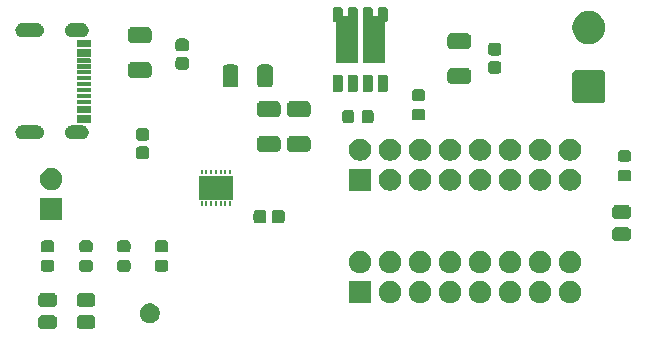
<source format=gts>
%TF.GenerationSoftware,KiCad,Pcbnew,9.0.6*%
%TF.CreationDate,2026-01-08T22:49:20+05:30*%
%TF.ProjectId,USB_PD_Trigger,5553425f-5044-45f5-9472-69676765722e,rev?*%
%TF.SameCoordinates,Original*%
%TF.FileFunction,Soldermask,Top*%
%TF.FilePolarity,Negative*%
%FSLAX46Y46*%
G04 Gerber Fmt 4.6, Leading zero omitted, Abs format (unit mm)*
G04 Created by KiCad (PCBNEW 9.0.6) date 2026-01-08 22:49:20*
%MOMM*%
%LPD*%
G01*
G04 APERTURE LIST*
G04 APERTURE END LIST*
G36*
X128815219Y-119746713D02*
G01*
X128824964Y-119751257D01*
X128832281Y-119752416D01*
X128884415Y-119778979D01*
X128923417Y-119797166D01*
X128926853Y-119800602D01*
X128927932Y-119801152D01*
X129003847Y-119877067D01*
X129004396Y-119878145D01*
X129007834Y-119881583D01*
X129026023Y-119920590D01*
X129052582Y-119972715D01*
X129053740Y-119980031D01*
X129058287Y-119989781D01*
X129070000Y-120078750D01*
X129070000Y-120566250D01*
X129058287Y-120655219D01*
X129053741Y-120664967D01*
X129052583Y-120672281D01*
X129026031Y-120724392D01*
X129007834Y-120763417D01*
X129004395Y-120766855D01*
X129003847Y-120767932D01*
X128927932Y-120843847D01*
X128926855Y-120844395D01*
X128923417Y-120847834D01*
X128884397Y-120866028D01*
X128832284Y-120892582D01*
X128824969Y-120893740D01*
X128815219Y-120898287D01*
X128726250Y-120910000D01*
X127813750Y-120910000D01*
X127724781Y-120898287D01*
X127715033Y-120893741D01*
X127707718Y-120892583D01*
X127655596Y-120866025D01*
X127616583Y-120847834D01*
X127613145Y-120844396D01*
X127612067Y-120843847D01*
X127536152Y-120767932D01*
X127535602Y-120766853D01*
X127532166Y-120763417D01*
X127513981Y-120724420D01*
X127487417Y-120672284D01*
X127486257Y-120664965D01*
X127481713Y-120655219D01*
X127470000Y-120566250D01*
X127470000Y-120078750D01*
X127481713Y-119989781D01*
X127486256Y-119980036D01*
X127487416Y-119972718D01*
X127513984Y-119920573D01*
X127532166Y-119881583D01*
X127535601Y-119878147D01*
X127536152Y-119877067D01*
X127612067Y-119801152D01*
X127613147Y-119800601D01*
X127616583Y-119797166D01*
X127655567Y-119778987D01*
X127707715Y-119752417D01*
X127715034Y-119751257D01*
X127724781Y-119746713D01*
X127813750Y-119735000D01*
X128726250Y-119735000D01*
X128815219Y-119746713D01*
G37*
G36*
X132065219Y-119746713D02*
G01*
X132074964Y-119751257D01*
X132082281Y-119752416D01*
X132134415Y-119778979D01*
X132173417Y-119797166D01*
X132176853Y-119800602D01*
X132177932Y-119801152D01*
X132253847Y-119877067D01*
X132254396Y-119878145D01*
X132257834Y-119881583D01*
X132276023Y-119920590D01*
X132302582Y-119972715D01*
X132303740Y-119980031D01*
X132308287Y-119989781D01*
X132320000Y-120078750D01*
X132320000Y-120566250D01*
X132308287Y-120655219D01*
X132303741Y-120664967D01*
X132302583Y-120672281D01*
X132276031Y-120724392D01*
X132257834Y-120763417D01*
X132254395Y-120766855D01*
X132253847Y-120767932D01*
X132177932Y-120843847D01*
X132176855Y-120844395D01*
X132173417Y-120847834D01*
X132134397Y-120866028D01*
X132082284Y-120892582D01*
X132074969Y-120893740D01*
X132065219Y-120898287D01*
X131976250Y-120910000D01*
X131063750Y-120910000D01*
X130974781Y-120898287D01*
X130965033Y-120893741D01*
X130957718Y-120892583D01*
X130905596Y-120866025D01*
X130866583Y-120847834D01*
X130863145Y-120844396D01*
X130862067Y-120843847D01*
X130786152Y-120767932D01*
X130785602Y-120766853D01*
X130782166Y-120763417D01*
X130763981Y-120724420D01*
X130737417Y-120672284D01*
X130736257Y-120664965D01*
X130731713Y-120655219D01*
X130720000Y-120566250D01*
X130720000Y-120078750D01*
X130731713Y-119989781D01*
X130736256Y-119980036D01*
X130737416Y-119972718D01*
X130763984Y-119920573D01*
X130782166Y-119881583D01*
X130785601Y-119878147D01*
X130786152Y-119877067D01*
X130862067Y-119801152D01*
X130863147Y-119800601D01*
X130866583Y-119797166D01*
X130905567Y-119778987D01*
X130957715Y-119752417D01*
X130965034Y-119751257D01*
X130974781Y-119746713D01*
X131063750Y-119735000D01*
X131976250Y-119735000D01*
X132065219Y-119746713D01*
G37*
G36*
X137166742Y-118771601D02*
G01*
X137320687Y-118835367D01*
X137459234Y-118927941D01*
X137577059Y-119045766D01*
X137669633Y-119184313D01*
X137733399Y-119338258D01*
X137765907Y-119501685D01*
X137765907Y-119668315D01*
X137733399Y-119831742D01*
X137669633Y-119985687D01*
X137577059Y-120124234D01*
X137459234Y-120242059D01*
X137320687Y-120334633D01*
X137166742Y-120398399D01*
X137003315Y-120430907D01*
X136836685Y-120430907D01*
X136673258Y-120398399D01*
X136519313Y-120334633D01*
X136380766Y-120242059D01*
X136262941Y-120124234D01*
X136170367Y-119985687D01*
X136106601Y-119831742D01*
X136074093Y-119668315D01*
X136074093Y-119501685D01*
X136106601Y-119338258D01*
X136170367Y-119184313D01*
X136262941Y-119045766D01*
X136380766Y-118927941D01*
X136519313Y-118835367D01*
X136673258Y-118771601D01*
X136836685Y-118739093D01*
X137003315Y-118739093D01*
X137166742Y-118771601D01*
G37*
G36*
X128815219Y-117871713D02*
G01*
X128824964Y-117876257D01*
X128832281Y-117877416D01*
X128884415Y-117903979D01*
X128923417Y-117922166D01*
X128926853Y-117925602D01*
X128927932Y-117926152D01*
X129003847Y-118002067D01*
X129004396Y-118003145D01*
X129007834Y-118006583D01*
X129026023Y-118045590D01*
X129052582Y-118097715D01*
X129053740Y-118105031D01*
X129058287Y-118114781D01*
X129070000Y-118203750D01*
X129070000Y-118691250D01*
X129058287Y-118780219D01*
X129053741Y-118789967D01*
X129052583Y-118797281D01*
X129026031Y-118849392D01*
X129007834Y-118888417D01*
X129004395Y-118891855D01*
X129003847Y-118892932D01*
X128927932Y-118968847D01*
X128926855Y-118969395D01*
X128923417Y-118972834D01*
X128884397Y-118991028D01*
X128832284Y-119017582D01*
X128824969Y-119018740D01*
X128815219Y-119023287D01*
X128726250Y-119035000D01*
X127813750Y-119035000D01*
X127724781Y-119023287D01*
X127715033Y-119018741D01*
X127707718Y-119017583D01*
X127655596Y-118991025D01*
X127616583Y-118972834D01*
X127613145Y-118969396D01*
X127612067Y-118968847D01*
X127536152Y-118892932D01*
X127535602Y-118891853D01*
X127532166Y-118888417D01*
X127513981Y-118849420D01*
X127487417Y-118797284D01*
X127486257Y-118789965D01*
X127481713Y-118780219D01*
X127470000Y-118691250D01*
X127470000Y-118203750D01*
X127481713Y-118114781D01*
X127486256Y-118105036D01*
X127487416Y-118097718D01*
X127513984Y-118045573D01*
X127532166Y-118006583D01*
X127535601Y-118003147D01*
X127536152Y-118002067D01*
X127612067Y-117926152D01*
X127613147Y-117925601D01*
X127616583Y-117922166D01*
X127655567Y-117903987D01*
X127707715Y-117877417D01*
X127715034Y-117876257D01*
X127724781Y-117871713D01*
X127813750Y-117860000D01*
X128726250Y-117860000D01*
X128815219Y-117871713D01*
G37*
G36*
X132065219Y-117871713D02*
G01*
X132074964Y-117876257D01*
X132082281Y-117877416D01*
X132134415Y-117903979D01*
X132173417Y-117922166D01*
X132176853Y-117925602D01*
X132177932Y-117926152D01*
X132253847Y-118002067D01*
X132254396Y-118003145D01*
X132257834Y-118006583D01*
X132276023Y-118045590D01*
X132302582Y-118097715D01*
X132303740Y-118105031D01*
X132308287Y-118114781D01*
X132320000Y-118203750D01*
X132320000Y-118691250D01*
X132308287Y-118780219D01*
X132303741Y-118789967D01*
X132302583Y-118797281D01*
X132276031Y-118849392D01*
X132257834Y-118888417D01*
X132254395Y-118891855D01*
X132253847Y-118892932D01*
X132177932Y-118968847D01*
X132176855Y-118969395D01*
X132173417Y-118972834D01*
X132134397Y-118991028D01*
X132082284Y-119017582D01*
X132074969Y-119018740D01*
X132065219Y-119023287D01*
X131976250Y-119035000D01*
X131063750Y-119035000D01*
X130974781Y-119023287D01*
X130965033Y-119018741D01*
X130957718Y-119017583D01*
X130905596Y-118991025D01*
X130866583Y-118972834D01*
X130863145Y-118969396D01*
X130862067Y-118968847D01*
X130786152Y-118892932D01*
X130785602Y-118891853D01*
X130782166Y-118888417D01*
X130763981Y-118849420D01*
X130737417Y-118797284D01*
X130736257Y-118789965D01*
X130731713Y-118780219D01*
X130720000Y-118691250D01*
X130720000Y-118203750D01*
X130731713Y-118114781D01*
X130736256Y-118105036D01*
X130737416Y-118097718D01*
X130763984Y-118045573D01*
X130782166Y-118006583D01*
X130785601Y-118003147D01*
X130786152Y-118002067D01*
X130862067Y-117926152D01*
X130863147Y-117925601D01*
X130866583Y-117922166D01*
X130905567Y-117903987D01*
X130957715Y-117877417D01*
X130965034Y-117876257D01*
X130974781Y-117871713D01*
X131063750Y-117860000D01*
X131976250Y-117860000D01*
X132065219Y-117871713D01*
G37*
G36*
X155598268Y-116832612D02*
G01*
X155630711Y-116854289D01*
X155652388Y-116886732D01*
X155660000Y-116925000D01*
X155660000Y-118625000D01*
X155652388Y-118663268D01*
X155630711Y-118695711D01*
X155598268Y-118717388D01*
X155560000Y-118725000D01*
X153860000Y-118725000D01*
X153821732Y-118717388D01*
X153789289Y-118695711D01*
X153767612Y-118663268D01*
X153760000Y-118625000D01*
X153760000Y-116925000D01*
X153767612Y-116886732D01*
X153789289Y-116854289D01*
X153821732Y-116832612D01*
X153860000Y-116825000D01*
X155560000Y-116825000D01*
X155598268Y-116832612D01*
G37*
G36*
X157525770Y-116865907D02*
G01*
X157697827Y-116937175D01*
X157852674Y-117040640D01*
X157984360Y-117172326D01*
X158087825Y-117327173D01*
X158159093Y-117499230D01*
X158195425Y-117681884D01*
X158195425Y-117868116D01*
X158159093Y-118050770D01*
X158087825Y-118222827D01*
X157984360Y-118377674D01*
X157852674Y-118509360D01*
X157697827Y-118612825D01*
X157525770Y-118684093D01*
X157343116Y-118720425D01*
X157156884Y-118720425D01*
X156974230Y-118684093D01*
X156802173Y-118612825D01*
X156647326Y-118509360D01*
X156515640Y-118377674D01*
X156412175Y-118222827D01*
X156340907Y-118050770D01*
X156304575Y-117868116D01*
X156304575Y-117681884D01*
X156340907Y-117499230D01*
X156412175Y-117327173D01*
X156515640Y-117172326D01*
X156647326Y-117040640D01*
X156802173Y-116937175D01*
X156974230Y-116865907D01*
X157156884Y-116829575D01*
X157343116Y-116829575D01*
X157525770Y-116865907D01*
G37*
G36*
X160065770Y-116865907D02*
G01*
X160237827Y-116937175D01*
X160392674Y-117040640D01*
X160524360Y-117172326D01*
X160627825Y-117327173D01*
X160699093Y-117499230D01*
X160735425Y-117681884D01*
X160735425Y-117868116D01*
X160699093Y-118050770D01*
X160627825Y-118222827D01*
X160524360Y-118377674D01*
X160392674Y-118509360D01*
X160237827Y-118612825D01*
X160065770Y-118684093D01*
X159883116Y-118720425D01*
X159696884Y-118720425D01*
X159514230Y-118684093D01*
X159342173Y-118612825D01*
X159187326Y-118509360D01*
X159055640Y-118377674D01*
X158952175Y-118222827D01*
X158880907Y-118050770D01*
X158844575Y-117868116D01*
X158844575Y-117681884D01*
X158880907Y-117499230D01*
X158952175Y-117327173D01*
X159055640Y-117172326D01*
X159187326Y-117040640D01*
X159342173Y-116937175D01*
X159514230Y-116865907D01*
X159696884Y-116829575D01*
X159883116Y-116829575D01*
X160065770Y-116865907D01*
G37*
G36*
X162605770Y-116865907D02*
G01*
X162777827Y-116937175D01*
X162932674Y-117040640D01*
X163064360Y-117172326D01*
X163167825Y-117327173D01*
X163239093Y-117499230D01*
X163275425Y-117681884D01*
X163275425Y-117868116D01*
X163239093Y-118050770D01*
X163167825Y-118222827D01*
X163064360Y-118377674D01*
X162932674Y-118509360D01*
X162777827Y-118612825D01*
X162605770Y-118684093D01*
X162423116Y-118720425D01*
X162236884Y-118720425D01*
X162054230Y-118684093D01*
X161882173Y-118612825D01*
X161727326Y-118509360D01*
X161595640Y-118377674D01*
X161492175Y-118222827D01*
X161420907Y-118050770D01*
X161384575Y-117868116D01*
X161384575Y-117681884D01*
X161420907Y-117499230D01*
X161492175Y-117327173D01*
X161595640Y-117172326D01*
X161727326Y-117040640D01*
X161882173Y-116937175D01*
X162054230Y-116865907D01*
X162236884Y-116829575D01*
X162423116Y-116829575D01*
X162605770Y-116865907D01*
G37*
G36*
X165145770Y-116865907D02*
G01*
X165317827Y-116937175D01*
X165472674Y-117040640D01*
X165604360Y-117172326D01*
X165707825Y-117327173D01*
X165779093Y-117499230D01*
X165815425Y-117681884D01*
X165815425Y-117868116D01*
X165779093Y-118050770D01*
X165707825Y-118222827D01*
X165604360Y-118377674D01*
X165472674Y-118509360D01*
X165317827Y-118612825D01*
X165145770Y-118684093D01*
X164963116Y-118720425D01*
X164776884Y-118720425D01*
X164594230Y-118684093D01*
X164422173Y-118612825D01*
X164267326Y-118509360D01*
X164135640Y-118377674D01*
X164032175Y-118222827D01*
X163960907Y-118050770D01*
X163924575Y-117868116D01*
X163924575Y-117681884D01*
X163960907Y-117499230D01*
X164032175Y-117327173D01*
X164135640Y-117172326D01*
X164267326Y-117040640D01*
X164422173Y-116937175D01*
X164594230Y-116865907D01*
X164776884Y-116829575D01*
X164963116Y-116829575D01*
X165145770Y-116865907D01*
G37*
G36*
X167685770Y-116865907D02*
G01*
X167857827Y-116937175D01*
X168012674Y-117040640D01*
X168144360Y-117172326D01*
X168247825Y-117327173D01*
X168319093Y-117499230D01*
X168355425Y-117681884D01*
X168355425Y-117868116D01*
X168319093Y-118050770D01*
X168247825Y-118222827D01*
X168144360Y-118377674D01*
X168012674Y-118509360D01*
X167857827Y-118612825D01*
X167685770Y-118684093D01*
X167503116Y-118720425D01*
X167316884Y-118720425D01*
X167134230Y-118684093D01*
X166962173Y-118612825D01*
X166807326Y-118509360D01*
X166675640Y-118377674D01*
X166572175Y-118222827D01*
X166500907Y-118050770D01*
X166464575Y-117868116D01*
X166464575Y-117681884D01*
X166500907Y-117499230D01*
X166572175Y-117327173D01*
X166675640Y-117172326D01*
X166807326Y-117040640D01*
X166962173Y-116937175D01*
X167134230Y-116865907D01*
X167316884Y-116829575D01*
X167503116Y-116829575D01*
X167685770Y-116865907D01*
G37*
G36*
X170225770Y-116865907D02*
G01*
X170397827Y-116937175D01*
X170552674Y-117040640D01*
X170684360Y-117172326D01*
X170787825Y-117327173D01*
X170859093Y-117499230D01*
X170895425Y-117681884D01*
X170895425Y-117868116D01*
X170859093Y-118050770D01*
X170787825Y-118222827D01*
X170684360Y-118377674D01*
X170552674Y-118509360D01*
X170397827Y-118612825D01*
X170225770Y-118684093D01*
X170043116Y-118720425D01*
X169856884Y-118720425D01*
X169674230Y-118684093D01*
X169502173Y-118612825D01*
X169347326Y-118509360D01*
X169215640Y-118377674D01*
X169112175Y-118222827D01*
X169040907Y-118050770D01*
X169004575Y-117868116D01*
X169004575Y-117681884D01*
X169040907Y-117499230D01*
X169112175Y-117327173D01*
X169215640Y-117172326D01*
X169347326Y-117040640D01*
X169502173Y-116937175D01*
X169674230Y-116865907D01*
X169856884Y-116829575D01*
X170043116Y-116829575D01*
X170225770Y-116865907D01*
G37*
G36*
X172765770Y-116865907D02*
G01*
X172937827Y-116937175D01*
X173092674Y-117040640D01*
X173224360Y-117172326D01*
X173327825Y-117327173D01*
X173399093Y-117499230D01*
X173435425Y-117681884D01*
X173435425Y-117868116D01*
X173399093Y-118050770D01*
X173327825Y-118222827D01*
X173224360Y-118377674D01*
X173092674Y-118509360D01*
X172937827Y-118612825D01*
X172765770Y-118684093D01*
X172583116Y-118720425D01*
X172396884Y-118720425D01*
X172214230Y-118684093D01*
X172042173Y-118612825D01*
X171887326Y-118509360D01*
X171755640Y-118377674D01*
X171652175Y-118222827D01*
X171580907Y-118050770D01*
X171544575Y-117868116D01*
X171544575Y-117681884D01*
X171580907Y-117499230D01*
X171652175Y-117327173D01*
X171755640Y-117172326D01*
X171887326Y-117040640D01*
X172042173Y-116937175D01*
X172214230Y-116865907D01*
X172396884Y-116829575D01*
X172583116Y-116829575D01*
X172765770Y-116865907D01*
G37*
G36*
X154985770Y-114325907D02*
G01*
X155157827Y-114397175D01*
X155312674Y-114500640D01*
X155444360Y-114632326D01*
X155547825Y-114787173D01*
X155619093Y-114959230D01*
X155655425Y-115141884D01*
X155655425Y-115328116D01*
X155619093Y-115510770D01*
X155547825Y-115682827D01*
X155444360Y-115837674D01*
X155312674Y-115969360D01*
X155157827Y-116072825D01*
X154985770Y-116144093D01*
X154803116Y-116180425D01*
X154616884Y-116180425D01*
X154434230Y-116144093D01*
X154262173Y-116072825D01*
X154107326Y-115969360D01*
X153975640Y-115837674D01*
X153872175Y-115682827D01*
X153800907Y-115510770D01*
X153764575Y-115328116D01*
X153764575Y-115141884D01*
X153800907Y-114959230D01*
X153872175Y-114787173D01*
X153975640Y-114632326D01*
X154107326Y-114500640D01*
X154262173Y-114397175D01*
X154434230Y-114325907D01*
X154616884Y-114289575D01*
X154803116Y-114289575D01*
X154985770Y-114325907D01*
G37*
G36*
X157525770Y-114325907D02*
G01*
X157697827Y-114397175D01*
X157852674Y-114500640D01*
X157984360Y-114632326D01*
X158087825Y-114787173D01*
X158159093Y-114959230D01*
X158195425Y-115141884D01*
X158195425Y-115328116D01*
X158159093Y-115510770D01*
X158087825Y-115682827D01*
X157984360Y-115837674D01*
X157852674Y-115969360D01*
X157697827Y-116072825D01*
X157525770Y-116144093D01*
X157343116Y-116180425D01*
X157156884Y-116180425D01*
X156974230Y-116144093D01*
X156802173Y-116072825D01*
X156647326Y-115969360D01*
X156515640Y-115837674D01*
X156412175Y-115682827D01*
X156340907Y-115510770D01*
X156304575Y-115328116D01*
X156304575Y-115141884D01*
X156340907Y-114959230D01*
X156412175Y-114787173D01*
X156515640Y-114632326D01*
X156647326Y-114500640D01*
X156802173Y-114397175D01*
X156974230Y-114325907D01*
X157156884Y-114289575D01*
X157343116Y-114289575D01*
X157525770Y-114325907D01*
G37*
G36*
X160065770Y-114325907D02*
G01*
X160237827Y-114397175D01*
X160392674Y-114500640D01*
X160524360Y-114632326D01*
X160627825Y-114787173D01*
X160699093Y-114959230D01*
X160735425Y-115141884D01*
X160735425Y-115328116D01*
X160699093Y-115510770D01*
X160627825Y-115682827D01*
X160524360Y-115837674D01*
X160392674Y-115969360D01*
X160237827Y-116072825D01*
X160065770Y-116144093D01*
X159883116Y-116180425D01*
X159696884Y-116180425D01*
X159514230Y-116144093D01*
X159342173Y-116072825D01*
X159187326Y-115969360D01*
X159055640Y-115837674D01*
X158952175Y-115682827D01*
X158880907Y-115510770D01*
X158844575Y-115328116D01*
X158844575Y-115141884D01*
X158880907Y-114959230D01*
X158952175Y-114787173D01*
X159055640Y-114632326D01*
X159187326Y-114500640D01*
X159342173Y-114397175D01*
X159514230Y-114325907D01*
X159696884Y-114289575D01*
X159883116Y-114289575D01*
X160065770Y-114325907D01*
G37*
G36*
X162605770Y-114325907D02*
G01*
X162777827Y-114397175D01*
X162932674Y-114500640D01*
X163064360Y-114632326D01*
X163167825Y-114787173D01*
X163239093Y-114959230D01*
X163275425Y-115141884D01*
X163275425Y-115328116D01*
X163239093Y-115510770D01*
X163167825Y-115682827D01*
X163064360Y-115837674D01*
X162932674Y-115969360D01*
X162777827Y-116072825D01*
X162605770Y-116144093D01*
X162423116Y-116180425D01*
X162236884Y-116180425D01*
X162054230Y-116144093D01*
X161882173Y-116072825D01*
X161727326Y-115969360D01*
X161595640Y-115837674D01*
X161492175Y-115682827D01*
X161420907Y-115510770D01*
X161384575Y-115328116D01*
X161384575Y-115141884D01*
X161420907Y-114959230D01*
X161492175Y-114787173D01*
X161595640Y-114632326D01*
X161727326Y-114500640D01*
X161882173Y-114397175D01*
X162054230Y-114325907D01*
X162236884Y-114289575D01*
X162423116Y-114289575D01*
X162605770Y-114325907D01*
G37*
G36*
X165145770Y-114325907D02*
G01*
X165317827Y-114397175D01*
X165472674Y-114500640D01*
X165604360Y-114632326D01*
X165707825Y-114787173D01*
X165779093Y-114959230D01*
X165815425Y-115141884D01*
X165815425Y-115328116D01*
X165779093Y-115510770D01*
X165707825Y-115682827D01*
X165604360Y-115837674D01*
X165472674Y-115969360D01*
X165317827Y-116072825D01*
X165145770Y-116144093D01*
X164963116Y-116180425D01*
X164776884Y-116180425D01*
X164594230Y-116144093D01*
X164422173Y-116072825D01*
X164267326Y-115969360D01*
X164135640Y-115837674D01*
X164032175Y-115682827D01*
X163960907Y-115510770D01*
X163924575Y-115328116D01*
X163924575Y-115141884D01*
X163960907Y-114959230D01*
X164032175Y-114787173D01*
X164135640Y-114632326D01*
X164267326Y-114500640D01*
X164422173Y-114397175D01*
X164594230Y-114325907D01*
X164776884Y-114289575D01*
X164963116Y-114289575D01*
X165145770Y-114325907D01*
G37*
G36*
X167685770Y-114325907D02*
G01*
X167857827Y-114397175D01*
X168012674Y-114500640D01*
X168144360Y-114632326D01*
X168247825Y-114787173D01*
X168319093Y-114959230D01*
X168355425Y-115141884D01*
X168355425Y-115328116D01*
X168319093Y-115510770D01*
X168247825Y-115682827D01*
X168144360Y-115837674D01*
X168012674Y-115969360D01*
X167857827Y-116072825D01*
X167685770Y-116144093D01*
X167503116Y-116180425D01*
X167316884Y-116180425D01*
X167134230Y-116144093D01*
X166962173Y-116072825D01*
X166807326Y-115969360D01*
X166675640Y-115837674D01*
X166572175Y-115682827D01*
X166500907Y-115510770D01*
X166464575Y-115328116D01*
X166464575Y-115141884D01*
X166500907Y-114959230D01*
X166572175Y-114787173D01*
X166675640Y-114632326D01*
X166807326Y-114500640D01*
X166962173Y-114397175D01*
X167134230Y-114325907D01*
X167316884Y-114289575D01*
X167503116Y-114289575D01*
X167685770Y-114325907D01*
G37*
G36*
X170225770Y-114325907D02*
G01*
X170397827Y-114397175D01*
X170552674Y-114500640D01*
X170684360Y-114632326D01*
X170787825Y-114787173D01*
X170859093Y-114959230D01*
X170895425Y-115141884D01*
X170895425Y-115328116D01*
X170859093Y-115510770D01*
X170787825Y-115682827D01*
X170684360Y-115837674D01*
X170552674Y-115969360D01*
X170397827Y-116072825D01*
X170225770Y-116144093D01*
X170043116Y-116180425D01*
X169856884Y-116180425D01*
X169674230Y-116144093D01*
X169502173Y-116072825D01*
X169347326Y-115969360D01*
X169215640Y-115837674D01*
X169112175Y-115682827D01*
X169040907Y-115510770D01*
X169004575Y-115328116D01*
X169004575Y-115141884D01*
X169040907Y-114959230D01*
X169112175Y-114787173D01*
X169215640Y-114632326D01*
X169347326Y-114500640D01*
X169502173Y-114397175D01*
X169674230Y-114325907D01*
X169856884Y-114289575D01*
X170043116Y-114289575D01*
X170225770Y-114325907D01*
G37*
G36*
X172765770Y-114325907D02*
G01*
X172937827Y-114397175D01*
X173092674Y-114500640D01*
X173224360Y-114632326D01*
X173327825Y-114787173D01*
X173399093Y-114959230D01*
X173435425Y-115141884D01*
X173435425Y-115328116D01*
X173399093Y-115510770D01*
X173327825Y-115682827D01*
X173224360Y-115837674D01*
X173092674Y-115969360D01*
X172937827Y-116072825D01*
X172765770Y-116144093D01*
X172583116Y-116180425D01*
X172396884Y-116180425D01*
X172214230Y-116144093D01*
X172042173Y-116072825D01*
X171887326Y-115969360D01*
X171755640Y-115837674D01*
X171652175Y-115682827D01*
X171580907Y-115510770D01*
X171544575Y-115328116D01*
X171544575Y-115141884D01*
X171580907Y-114959230D01*
X171652175Y-114787173D01*
X171755640Y-114632326D01*
X171887326Y-114500640D01*
X172042173Y-114397175D01*
X172214230Y-114325907D01*
X172396884Y-114289575D01*
X172583116Y-114289575D01*
X172765770Y-114325907D01*
G37*
G36*
X128613685Y-115067969D02*
G01*
X128622358Y-115071798D01*
X128629925Y-115072901D01*
X128677223Y-115096023D01*
X128714541Y-115112501D01*
X128717996Y-115115956D01*
X128718920Y-115116408D01*
X128788591Y-115186079D01*
X128789042Y-115187002D01*
X128792499Y-115190459D01*
X128808978Y-115227782D01*
X128832098Y-115275073D01*
X128833200Y-115282639D01*
X128837031Y-115291315D01*
X128845000Y-115360000D01*
X128845000Y-115760000D01*
X128837031Y-115828685D01*
X128833199Y-115837361D01*
X128832098Y-115844925D01*
X128808985Y-115892202D01*
X128792499Y-115929541D01*
X128789041Y-115932998D01*
X128788591Y-115933920D01*
X128718920Y-116003591D01*
X128717998Y-116004041D01*
X128714541Y-116007499D01*
X128677207Y-116023983D01*
X128629926Y-116047098D01*
X128622361Y-116048200D01*
X128613685Y-116052031D01*
X128545000Y-116060000D01*
X127995000Y-116060000D01*
X127926315Y-116052031D01*
X127917638Y-116048200D01*
X127910074Y-116047098D01*
X127862787Y-116023981D01*
X127825459Y-116007499D01*
X127822002Y-116004042D01*
X127821079Y-116003591D01*
X127751408Y-115933920D01*
X127750956Y-115932996D01*
X127747501Y-115929541D01*
X127731025Y-115892228D01*
X127707901Y-115844926D01*
X127706798Y-115837357D01*
X127702969Y-115828685D01*
X127695000Y-115760000D01*
X127695000Y-115360000D01*
X127702969Y-115291315D01*
X127706798Y-115282642D01*
X127707901Y-115275074D01*
X127731028Y-115227766D01*
X127747501Y-115190459D01*
X127750955Y-115187004D01*
X127751408Y-115186079D01*
X127821079Y-115116408D01*
X127822004Y-115115955D01*
X127825459Y-115112501D01*
X127862761Y-115096030D01*
X127910073Y-115072901D01*
X127917642Y-115071798D01*
X127926315Y-115067969D01*
X127995000Y-115060000D01*
X128545000Y-115060000D01*
X128613685Y-115067969D01*
G37*
G36*
X131863685Y-115067969D02*
G01*
X131872358Y-115071798D01*
X131879925Y-115072901D01*
X131927223Y-115096023D01*
X131964541Y-115112501D01*
X131967996Y-115115956D01*
X131968920Y-115116408D01*
X132038591Y-115186079D01*
X132039042Y-115187002D01*
X132042499Y-115190459D01*
X132058978Y-115227782D01*
X132082098Y-115275073D01*
X132083200Y-115282639D01*
X132087031Y-115291315D01*
X132095000Y-115360000D01*
X132095000Y-115760000D01*
X132087031Y-115828685D01*
X132083199Y-115837361D01*
X132082098Y-115844925D01*
X132058985Y-115892202D01*
X132042499Y-115929541D01*
X132039041Y-115932998D01*
X132038591Y-115933920D01*
X131968920Y-116003591D01*
X131967998Y-116004041D01*
X131964541Y-116007499D01*
X131927207Y-116023983D01*
X131879926Y-116047098D01*
X131872361Y-116048200D01*
X131863685Y-116052031D01*
X131795000Y-116060000D01*
X131245000Y-116060000D01*
X131176315Y-116052031D01*
X131167638Y-116048200D01*
X131160074Y-116047098D01*
X131112787Y-116023981D01*
X131075459Y-116007499D01*
X131072002Y-116004042D01*
X131071079Y-116003591D01*
X131001408Y-115933920D01*
X131000956Y-115932996D01*
X130997501Y-115929541D01*
X130981025Y-115892228D01*
X130957901Y-115844926D01*
X130956798Y-115837357D01*
X130952969Y-115828685D01*
X130945000Y-115760000D01*
X130945000Y-115360000D01*
X130952969Y-115291315D01*
X130956798Y-115282642D01*
X130957901Y-115275074D01*
X130981028Y-115227766D01*
X130997501Y-115190459D01*
X131000955Y-115187004D01*
X131001408Y-115186079D01*
X131071079Y-115116408D01*
X131072004Y-115115955D01*
X131075459Y-115112501D01*
X131112761Y-115096030D01*
X131160073Y-115072901D01*
X131167642Y-115071798D01*
X131176315Y-115067969D01*
X131245000Y-115060000D01*
X131795000Y-115060000D01*
X131863685Y-115067969D01*
G37*
G36*
X135063685Y-115067969D02*
G01*
X135072358Y-115071798D01*
X135079925Y-115072901D01*
X135127223Y-115096023D01*
X135164541Y-115112501D01*
X135167996Y-115115956D01*
X135168920Y-115116408D01*
X135238591Y-115186079D01*
X135239042Y-115187002D01*
X135242499Y-115190459D01*
X135258978Y-115227782D01*
X135282098Y-115275073D01*
X135283200Y-115282639D01*
X135287031Y-115291315D01*
X135295000Y-115360000D01*
X135295000Y-115760000D01*
X135287031Y-115828685D01*
X135283199Y-115837361D01*
X135282098Y-115844925D01*
X135258985Y-115892202D01*
X135242499Y-115929541D01*
X135239041Y-115932998D01*
X135238591Y-115933920D01*
X135168920Y-116003591D01*
X135167998Y-116004041D01*
X135164541Y-116007499D01*
X135127207Y-116023983D01*
X135079926Y-116047098D01*
X135072361Y-116048200D01*
X135063685Y-116052031D01*
X134995000Y-116060000D01*
X134445000Y-116060000D01*
X134376315Y-116052031D01*
X134367638Y-116048200D01*
X134360074Y-116047098D01*
X134312787Y-116023981D01*
X134275459Y-116007499D01*
X134272002Y-116004042D01*
X134271079Y-116003591D01*
X134201408Y-115933920D01*
X134200956Y-115932996D01*
X134197501Y-115929541D01*
X134181025Y-115892228D01*
X134157901Y-115844926D01*
X134156798Y-115837357D01*
X134152969Y-115828685D01*
X134145000Y-115760000D01*
X134145000Y-115360000D01*
X134152969Y-115291315D01*
X134156798Y-115282642D01*
X134157901Y-115275074D01*
X134181028Y-115227766D01*
X134197501Y-115190459D01*
X134200955Y-115187004D01*
X134201408Y-115186079D01*
X134271079Y-115116408D01*
X134272004Y-115115955D01*
X134275459Y-115112501D01*
X134312761Y-115096030D01*
X134360073Y-115072901D01*
X134367642Y-115071798D01*
X134376315Y-115067969D01*
X134445000Y-115060000D01*
X134995000Y-115060000D01*
X135063685Y-115067969D01*
G37*
G36*
X138263685Y-115067969D02*
G01*
X138272358Y-115071798D01*
X138279925Y-115072901D01*
X138327223Y-115096023D01*
X138364541Y-115112501D01*
X138367996Y-115115956D01*
X138368920Y-115116408D01*
X138438591Y-115186079D01*
X138439042Y-115187002D01*
X138442499Y-115190459D01*
X138458978Y-115227782D01*
X138482098Y-115275073D01*
X138483200Y-115282639D01*
X138487031Y-115291315D01*
X138495000Y-115360000D01*
X138495000Y-115760000D01*
X138487031Y-115828685D01*
X138483199Y-115837361D01*
X138482098Y-115844925D01*
X138458985Y-115892202D01*
X138442499Y-115929541D01*
X138439041Y-115932998D01*
X138438591Y-115933920D01*
X138368920Y-116003591D01*
X138367998Y-116004041D01*
X138364541Y-116007499D01*
X138327207Y-116023983D01*
X138279926Y-116047098D01*
X138272361Y-116048200D01*
X138263685Y-116052031D01*
X138195000Y-116060000D01*
X137645000Y-116060000D01*
X137576315Y-116052031D01*
X137567638Y-116048200D01*
X137560074Y-116047098D01*
X137512787Y-116023981D01*
X137475459Y-116007499D01*
X137472002Y-116004042D01*
X137471079Y-116003591D01*
X137401408Y-115933920D01*
X137400956Y-115932996D01*
X137397501Y-115929541D01*
X137381025Y-115892228D01*
X137357901Y-115844926D01*
X137356798Y-115837357D01*
X137352969Y-115828685D01*
X137345000Y-115760000D01*
X137345000Y-115360000D01*
X137352969Y-115291315D01*
X137356798Y-115282642D01*
X137357901Y-115275074D01*
X137381028Y-115227766D01*
X137397501Y-115190459D01*
X137400955Y-115187004D01*
X137401408Y-115186079D01*
X137471079Y-115116408D01*
X137472004Y-115115955D01*
X137475459Y-115112501D01*
X137512761Y-115096030D01*
X137560073Y-115072901D01*
X137567642Y-115071798D01*
X137576315Y-115067969D01*
X137645000Y-115060000D01*
X138195000Y-115060000D01*
X138263685Y-115067969D01*
G37*
G36*
X128613685Y-113417969D02*
G01*
X128622358Y-113421798D01*
X128629925Y-113422901D01*
X128677223Y-113446023D01*
X128714541Y-113462501D01*
X128717996Y-113465956D01*
X128718920Y-113466408D01*
X128788591Y-113536079D01*
X128789042Y-113537002D01*
X128792499Y-113540459D01*
X128808978Y-113577782D01*
X128832098Y-113625073D01*
X128833200Y-113632639D01*
X128837031Y-113641315D01*
X128845000Y-113710000D01*
X128845000Y-114110000D01*
X128837031Y-114178685D01*
X128833199Y-114187361D01*
X128832098Y-114194925D01*
X128808985Y-114242202D01*
X128792499Y-114279541D01*
X128789041Y-114282998D01*
X128788591Y-114283920D01*
X128718920Y-114353591D01*
X128717998Y-114354041D01*
X128714541Y-114357499D01*
X128677207Y-114373983D01*
X128629926Y-114397098D01*
X128622361Y-114398200D01*
X128613685Y-114402031D01*
X128545000Y-114410000D01*
X127995000Y-114410000D01*
X127926315Y-114402031D01*
X127917638Y-114398200D01*
X127910074Y-114397098D01*
X127862787Y-114373981D01*
X127825459Y-114357499D01*
X127822002Y-114354042D01*
X127821079Y-114353591D01*
X127751408Y-114283920D01*
X127750956Y-114282996D01*
X127747501Y-114279541D01*
X127731025Y-114242228D01*
X127707901Y-114194926D01*
X127706798Y-114187357D01*
X127702969Y-114178685D01*
X127695000Y-114110000D01*
X127695000Y-113710000D01*
X127702969Y-113641315D01*
X127706798Y-113632642D01*
X127707901Y-113625074D01*
X127731028Y-113577766D01*
X127747501Y-113540459D01*
X127750955Y-113537004D01*
X127751408Y-113536079D01*
X127821079Y-113466408D01*
X127822004Y-113465955D01*
X127825459Y-113462501D01*
X127862761Y-113446030D01*
X127910073Y-113422901D01*
X127917642Y-113421798D01*
X127926315Y-113417969D01*
X127995000Y-113410000D01*
X128545000Y-113410000D01*
X128613685Y-113417969D01*
G37*
G36*
X131863685Y-113417969D02*
G01*
X131872358Y-113421798D01*
X131879925Y-113422901D01*
X131927223Y-113446023D01*
X131964541Y-113462501D01*
X131967996Y-113465956D01*
X131968920Y-113466408D01*
X132038591Y-113536079D01*
X132039042Y-113537002D01*
X132042499Y-113540459D01*
X132058978Y-113577782D01*
X132082098Y-113625073D01*
X132083200Y-113632639D01*
X132087031Y-113641315D01*
X132095000Y-113710000D01*
X132095000Y-114110000D01*
X132087031Y-114178685D01*
X132083199Y-114187361D01*
X132082098Y-114194925D01*
X132058985Y-114242202D01*
X132042499Y-114279541D01*
X132039041Y-114282998D01*
X132038591Y-114283920D01*
X131968920Y-114353591D01*
X131967998Y-114354041D01*
X131964541Y-114357499D01*
X131927207Y-114373983D01*
X131879926Y-114397098D01*
X131872361Y-114398200D01*
X131863685Y-114402031D01*
X131795000Y-114410000D01*
X131245000Y-114410000D01*
X131176315Y-114402031D01*
X131167638Y-114398200D01*
X131160074Y-114397098D01*
X131112787Y-114373981D01*
X131075459Y-114357499D01*
X131072002Y-114354042D01*
X131071079Y-114353591D01*
X131001408Y-114283920D01*
X131000956Y-114282996D01*
X130997501Y-114279541D01*
X130981025Y-114242228D01*
X130957901Y-114194926D01*
X130956798Y-114187357D01*
X130952969Y-114178685D01*
X130945000Y-114110000D01*
X130945000Y-113710000D01*
X130952969Y-113641315D01*
X130956798Y-113632642D01*
X130957901Y-113625074D01*
X130981028Y-113577766D01*
X130997501Y-113540459D01*
X131000955Y-113537004D01*
X131001408Y-113536079D01*
X131071079Y-113466408D01*
X131072004Y-113465955D01*
X131075459Y-113462501D01*
X131112761Y-113446030D01*
X131160073Y-113422901D01*
X131167642Y-113421798D01*
X131176315Y-113417969D01*
X131245000Y-113410000D01*
X131795000Y-113410000D01*
X131863685Y-113417969D01*
G37*
G36*
X135063685Y-113417969D02*
G01*
X135072358Y-113421798D01*
X135079925Y-113422901D01*
X135127223Y-113446023D01*
X135164541Y-113462501D01*
X135167996Y-113465956D01*
X135168920Y-113466408D01*
X135238591Y-113536079D01*
X135239042Y-113537002D01*
X135242499Y-113540459D01*
X135258978Y-113577782D01*
X135282098Y-113625073D01*
X135283200Y-113632639D01*
X135287031Y-113641315D01*
X135295000Y-113710000D01*
X135295000Y-114110000D01*
X135287031Y-114178685D01*
X135283199Y-114187361D01*
X135282098Y-114194925D01*
X135258985Y-114242202D01*
X135242499Y-114279541D01*
X135239041Y-114282998D01*
X135238591Y-114283920D01*
X135168920Y-114353591D01*
X135167998Y-114354041D01*
X135164541Y-114357499D01*
X135127207Y-114373983D01*
X135079926Y-114397098D01*
X135072361Y-114398200D01*
X135063685Y-114402031D01*
X134995000Y-114410000D01*
X134445000Y-114410000D01*
X134376315Y-114402031D01*
X134367638Y-114398200D01*
X134360074Y-114397098D01*
X134312787Y-114373981D01*
X134275459Y-114357499D01*
X134272002Y-114354042D01*
X134271079Y-114353591D01*
X134201408Y-114283920D01*
X134200956Y-114282996D01*
X134197501Y-114279541D01*
X134181025Y-114242228D01*
X134157901Y-114194926D01*
X134156798Y-114187357D01*
X134152969Y-114178685D01*
X134145000Y-114110000D01*
X134145000Y-113710000D01*
X134152969Y-113641315D01*
X134156798Y-113632642D01*
X134157901Y-113625074D01*
X134181028Y-113577766D01*
X134197501Y-113540459D01*
X134200955Y-113537004D01*
X134201408Y-113536079D01*
X134271079Y-113466408D01*
X134272004Y-113465955D01*
X134275459Y-113462501D01*
X134312761Y-113446030D01*
X134360073Y-113422901D01*
X134367642Y-113421798D01*
X134376315Y-113417969D01*
X134445000Y-113410000D01*
X134995000Y-113410000D01*
X135063685Y-113417969D01*
G37*
G36*
X138263685Y-113417969D02*
G01*
X138272358Y-113421798D01*
X138279925Y-113422901D01*
X138327223Y-113446023D01*
X138364541Y-113462501D01*
X138367996Y-113465956D01*
X138368920Y-113466408D01*
X138438591Y-113536079D01*
X138439042Y-113537002D01*
X138442499Y-113540459D01*
X138458978Y-113577782D01*
X138482098Y-113625073D01*
X138483200Y-113632639D01*
X138487031Y-113641315D01*
X138495000Y-113710000D01*
X138495000Y-114110000D01*
X138487031Y-114178685D01*
X138483199Y-114187361D01*
X138482098Y-114194925D01*
X138458985Y-114242202D01*
X138442499Y-114279541D01*
X138439041Y-114282998D01*
X138438591Y-114283920D01*
X138368920Y-114353591D01*
X138367998Y-114354041D01*
X138364541Y-114357499D01*
X138327207Y-114373983D01*
X138279926Y-114397098D01*
X138272361Y-114398200D01*
X138263685Y-114402031D01*
X138195000Y-114410000D01*
X137645000Y-114410000D01*
X137576315Y-114402031D01*
X137567638Y-114398200D01*
X137560074Y-114397098D01*
X137512787Y-114373981D01*
X137475459Y-114357499D01*
X137472002Y-114354042D01*
X137471079Y-114353591D01*
X137401408Y-114283920D01*
X137400956Y-114282996D01*
X137397501Y-114279541D01*
X137381025Y-114242228D01*
X137357901Y-114194926D01*
X137356798Y-114187357D01*
X137352969Y-114178685D01*
X137345000Y-114110000D01*
X137345000Y-113710000D01*
X137352969Y-113641315D01*
X137356798Y-113632642D01*
X137357901Y-113625074D01*
X137381028Y-113577766D01*
X137397501Y-113540459D01*
X137400955Y-113537004D01*
X137401408Y-113536079D01*
X137471079Y-113466408D01*
X137472004Y-113465955D01*
X137475459Y-113462501D01*
X137512761Y-113446030D01*
X137560073Y-113422901D01*
X137567642Y-113421798D01*
X137576315Y-113417969D01*
X137645000Y-113410000D01*
X138195000Y-113410000D01*
X138263685Y-113417969D01*
G37*
G36*
X177415219Y-112296713D02*
G01*
X177424964Y-112301257D01*
X177432281Y-112302416D01*
X177484415Y-112328979D01*
X177523417Y-112347166D01*
X177526853Y-112350602D01*
X177527932Y-112351152D01*
X177603847Y-112427067D01*
X177604396Y-112428145D01*
X177607834Y-112431583D01*
X177626023Y-112470590D01*
X177652582Y-112522715D01*
X177653740Y-112530031D01*
X177658287Y-112539781D01*
X177670000Y-112628750D01*
X177670000Y-113116250D01*
X177658287Y-113205219D01*
X177653741Y-113214967D01*
X177652583Y-113222281D01*
X177626031Y-113274392D01*
X177607834Y-113313417D01*
X177604395Y-113316855D01*
X177603847Y-113317932D01*
X177527932Y-113393847D01*
X177526855Y-113394395D01*
X177523417Y-113397834D01*
X177484397Y-113416028D01*
X177432284Y-113442582D01*
X177424969Y-113443740D01*
X177415219Y-113448287D01*
X177326250Y-113460000D01*
X176413750Y-113460000D01*
X176324781Y-113448287D01*
X176315033Y-113443741D01*
X176307718Y-113442583D01*
X176255596Y-113416025D01*
X176216583Y-113397834D01*
X176213145Y-113394396D01*
X176212067Y-113393847D01*
X176136152Y-113317932D01*
X176135602Y-113316853D01*
X176132166Y-113313417D01*
X176113981Y-113274420D01*
X176087417Y-113222284D01*
X176086257Y-113214965D01*
X176081713Y-113205219D01*
X176070000Y-113116250D01*
X176070000Y-112628750D01*
X176081713Y-112539781D01*
X176086256Y-112530036D01*
X176087416Y-112522718D01*
X176113984Y-112470573D01*
X176132166Y-112431583D01*
X176135601Y-112428147D01*
X176136152Y-112427067D01*
X176212067Y-112351152D01*
X176213147Y-112350601D01*
X176216583Y-112347166D01*
X176255567Y-112328987D01*
X176307715Y-112302417D01*
X176315034Y-112301257D01*
X176324781Y-112296713D01*
X176413750Y-112285000D01*
X177326250Y-112285000D01*
X177415219Y-112296713D01*
G37*
G36*
X146554116Y-110821074D02*
G01*
X146559447Y-110823560D01*
X146562061Y-110823941D01*
X146599201Y-110842097D01*
X146656412Y-110868776D01*
X146736224Y-110948588D01*
X146762912Y-111005821D01*
X146781058Y-111042938D01*
X146781438Y-111045549D01*
X146783926Y-111050884D01*
X146795000Y-111135000D01*
X146795000Y-111635000D01*
X146783926Y-111719116D01*
X146781438Y-111724450D01*
X146781058Y-111727061D01*
X146762922Y-111764157D01*
X146736224Y-111821412D01*
X146656412Y-111901224D01*
X146599157Y-111927922D01*
X146562061Y-111946058D01*
X146559450Y-111946438D01*
X146554116Y-111948926D01*
X146470000Y-111960000D01*
X146020000Y-111960000D01*
X145935884Y-111948926D01*
X145930549Y-111946438D01*
X145927938Y-111946058D01*
X145890821Y-111927912D01*
X145833588Y-111901224D01*
X145753776Y-111821412D01*
X145727097Y-111764201D01*
X145708941Y-111727061D01*
X145708560Y-111724447D01*
X145706074Y-111719116D01*
X145695000Y-111635000D01*
X145695000Y-111135000D01*
X145706074Y-111050884D01*
X145708560Y-111045552D01*
X145708941Y-111042938D01*
X145727108Y-111005776D01*
X145753776Y-110948588D01*
X145833588Y-110868776D01*
X145890776Y-110842108D01*
X145927938Y-110823941D01*
X145930552Y-110823560D01*
X145935884Y-110821074D01*
X146020000Y-110810000D01*
X146470000Y-110810000D01*
X146554116Y-110821074D01*
G37*
G36*
X148104116Y-110821074D02*
G01*
X148109447Y-110823560D01*
X148112061Y-110823941D01*
X148149201Y-110842097D01*
X148206412Y-110868776D01*
X148286224Y-110948588D01*
X148312912Y-111005821D01*
X148331058Y-111042938D01*
X148331438Y-111045549D01*
X148333926Y-111050884D01*
X148345000Y-111135000D01*
X148345000Y-111635000D01*
X148333926Y-111719116D01*
X148331438Y-111724450D01*
X148331058Y-111727061D01*
X148312922Y-111764157D01*
X148286224Y-111821412D01*
X148206412Y-111901224D01*
X148149157Y-111927922D01*
X148112061Y-111946058D01*
X148109450Y-111946438D01*
X148104116Y-111948926D01*
X148020000Y-111960000D01*
X147570000Y-111960000D01*
X147485884Y-111948926D01*
X147480549Y-111946438D01*
X147477938Y-111946058D01*
X147440821Y-111927912D01*
X147383588Y-111901224D01*
X147303776Y-111821412D01*
X147277097Y-111764201D01*
X147258941Y-111727061D01*
X147258560Y-111724447D01*
X147256074Y-111719116D01*
X147245000Y-111635000D01*
X147245000Y-111135000D01*
X147256074Y-111050884D01*
X147258560Y-111045552D01*
X147258941Y-111042938D01*
X147277108Y-111005776D01*
X147303776Y-110948588D01*
X147383588Y-110868776D01*
X147440776Y-110842108D01*
X147477938Y-110823941D01*
X147480552Y-110823560D01*
X147485884Y-110821074D01*
X147570000Y-110810000D01*
X148020000Y-110810000D01*
X148104116Y-110821074D01*
G37*
G36*
X129468268Y-109827612D02*
G01*
X129500711Y-109849289D01*
X129522388Y-109881732D01*
X129530000Y-109920000D01*
X129530000Y-111620000D01*
X129522388Y-111658268D01*
X129500711Y-111690711D01*
X129468268Y-111712388D01*
X129430000Y-111720000D01*
X127730000Y-111720000D01*
X127691732Y-111712388D01*
X127659289Y-111690711D01*
X127637612Y-111658268D01*
X127630000Y-111620000D01*
X127630000Y-109920000D01*
X127637612Y-109881732D01*
X127659289Y-109849289D01*
X127691732Y-109827612D01*
X127730000Y-109820000D01*
X129430000Y-109820000D01*
X129468268Y-109827612D01*
G37*
G36*
X177415219Y-110421713D02*
G01*
X177424964Y-110426257D01*
X177432281Y-110427416D01*
X177484415Y-110453979D01*
X177523417Y-110472166D01*
X177526853Y-110475602D01*
X177527932Y-110476152D01*
X177603847Y-110552067D01*
X177604396Y-110553145D01*
X177607834Y-110556583D01*
X177626023Y-110595590D01*
X177652582Y-110647715D01*
X177653740Y-110655031D01*
X177658287Y-110664781D01*
X177670000Y-110753750D01*
X177670000Y-111241250D01*
X177658287Y-111330219D01*
X177653741Y-111339967D01*
X177652583Y-111347281D01*
X177626031Y-111399392D01*
X177607834Y-111438417D01*
X177604395Y-111441855D01*
X177603847Y-111442932D01*
X177527932Y-111518847D01*
X177526855Y-111519395D01*
X177523417Y-111522834D01*
X177484397Y-111541028D01*
X177432284Y-111567582D01*
X177424969Y-111568740D01*
X177415219Y-111573287D01*
X177326250Y-111585000D01*
X176413750Y-111585000D01*
X176324781Y-111573287D01*
X176315033Y-111568741D01*
X176307718Y-111567583D01*
X176255596Y-111541025D01*
X176216583Y-111522834D01*
X176213145Y-111519396D01*
X176212067Y-111518847D01*
X176136152Y-111442932D01*
X176135602Y-111441853D01*
X176132166Y-111438417D01*
X176113981Y-111399420D01*
X176087417Y-111347284D01*
X176086257Y-111339965D01*
X176081713Y-111330219D01*
X176070000Y-111241250D01*
X176070000Y-110753750D01*
X176081713Y-110664781D01*
X176086256Y-110655036D01*
X176087416Y-110647718D01*
X176113984Y-110595573D01*
X176132166Y-110556583D01*
X176135601Y-110553147D01*
X176136152Y-110552067D01*
X176212067Y-110476152D01*
X176213147Y-110475601D01*
X176216583Y-110472166D01*
X176255567Y-110453987D01*
X176307715Y-110427417D01*
X176315034Y-110426257D01*
X176324781Y-110421713D01*
X176413750Y-110410000D01*
X177326250Y-110410000D01*
X177415219Y-110421713D01*
G37*
G36*
X141405000Y-110460000D02*
G01*
X141235000Y-110460000D01*
X141235000Y-110110000D01*
X141405000Y-110110000D01*
X141405000Y-110460000D01*
G37*
G36*
X141805000Y-110460000D02*
G01*
X141635000Y-110460000D01*
X141635000Y-110110000D01*
X141805000Y-110110000D01*
X141805000Y-110460000D01*
G37*
G36*
X142205000Y-110460000D02*
G01*
X142035000Y-110460000D01*
X142035000Y-110110000D01*
X142205000Y-110110000D01*
X142205000Y-110460000D01*
G37*
G36*
X142605000Y-110460000D02*
G01*
X142435000Y-110460000D01*
X142435000Y-110110000D01*
X142605000Y-110110000D01*
X142605000Y-110460000D01*
G37*
G36*
X143005000Y-110460000D02*
G01*
X142835000Y-110460000D01*
X142835000Y-110110000D01*
X143005000Y-110110000D01*
X143005000Y-110460000D01*
G37*
G36*
X143405000Y-110460000D02*
G01*
X143235000Y-110460000D01*
X143235000Y-110110000D01*
X143405000Y-110110000D01*
X143405000Y-110460000D01*
G37*
G36*
X143805000Y-110460000D02*
G01*
X143635000Y-110460000D01*
X143635000Y-110110000D01*
X143805000Y-110110000D01*
X143805000Y-110460000D01*
G37*
G36*
X143908268Y-107967612D02*
G01*
X143940711Y-107989289D01*
X143962388Y-108021732D01*
X143970000Y-108060000D01*
X143970000Y-109860000D01*
X143962388Y-109898268D01*
X143940711Y-109930711D01*
X143908268Y-109952388D01*
X143870000Y-109960000D01*
X141170000Y-109960000D01*
X141131732Y-109952388D01*
X141099289Y-109930711D01*
X141077612Y-109898268D01*
X141070000Y-109860000D01*
X141070000Y-108060000D01*
X141077612Y-108021732D01*
X141099289Y-107989289D01*
X141131732Y-107967612D01*
X141170000Y-107960000D01*
X143870000Y-107960000D01*
X143908268Y-107967612D01*
G37*
G36*
X155598268Y-107332612D02*
G01*
X155630711Y-107354289D01*
X155652388Y-107386732D01*
X155660000Y-107425000D01*
X155660000Y-109125000D01*
X155652388Y-109163268D01*
X155630711Y-109195711D01*
X155598268Y-109217388D01*
X155560000Y-109225000D01*
X153860000Y-109225000D01*
X153821732Y-109217388D01*
X153789289Y-109195711D01*
X153767612Y-109163268D01*
X153760000Y-109125000D01*
X153760000Y-107425000D01*
X153767612Y-107386732D01*
X153789289Y-107354289D01*
X153821732Y-107332612D01*
X153860000Y-107325000D01*
X155560000Y-107325000D01*
X155598268Y-107332612D01*
G37*
G36*
X157525770Y-107365907D02*
G01*
X157697827Y-107437175D01*
X157852674Y-107540640D01*
X157984360Y-107672326D01*
X158087825Y-107827173D01*
X158159093Y-107999230D01*
X158195425Y-108181884D01*
X158195425Y-108368116D01*
X158159093Y-108550770D01*
X158087825Y-108722827D01*
X157984360Y-108877674D01*
X157852674Y-109009360D01*
X157697827Y-109112825D01*
X157525770Y-109184093D01*
X157343116Y-109220425D01*
X157156884Y-109220425D01*
X156974230Y-109184093D01*
X156802173Y-109112825D01*
X156647326Y-109009360D01*
X156515640Y-108877674D01*
X156412175Y-108722827D01*
X156340907Y-108550770D01*
X156304575Y-108368116D01*
X156304575Y-108181884D01*
X156340907Y-107999230D01*
X156412175Y-107827173D01*
X156515640Y-107672326D01*
X156647326Y-107540640D01*
X156802173Y-107437175D01*
X156974230Y-107365907D01*
X157156884Y-107329575D01*
X157343116Y-107329575D01*
X157525770Y-107365907D01*
G37*
G36*
X160065770Y-107365907D02*
G01*
X160237827Y-107437175D01*
X160392674Y-107540640D01*
X160524360Y-107672326D01*
X160627825Y-107827173D01*
X160699093Y-107999230D01*
X160735425Y-108181884D01*
X160735425Y-108368116D01*
X160699093Y-108550770D01*
X160627825Y-108722827D01*
X160524360Y-108877674D01*
X160392674Y-109009360D01*
X160237827Y-109112825D01*
X160065770Y-109184093D01*
X159883116Y-109220425D01*
X159696884Y-109220425D01*
X159514230Y-109184093D01*
X159342173Y-109112825D01*
X159187326Y-109009360D01*
X159055640Y-108877674D01*
X158952175Y-108722827D01*
X158880907Y-108550770D01*
X158844575Y-108368116D01*
X158844575Y-108181884D01*
X158880907Y-107999230D01*
X158952175Y-107827173D01*
X159055640Y-107672326D01*
X159187326Y-107540640D01*
X159342173Y-107437175D01*
X159514230Y-107365907D01*
X159696884Y-107329575D01*
X159883116Y-107329575D01*
X160065770Y-107365907D01*
G37*
G36*
X162605770Y-107365907D02*
G01*
X162777827Y-107437175D01*
X162932674Y-107540640D01*
X163064360Y-107672326D01*
X163167825Y-107827173D01*
X163239093Y-107999230D01*
X163275425Y-108181884D01*
X163275425Y-108368116D01*
X163239093Y-108550770D01*
X163167825Y-108722827D01*
X163064360Y-108877674D01*
X162932674Y-109009360D01*
X162777827Y-109112825D01*
X162605770Y-109184093D01*
X162423116Y-109220425D01*
X162236884Y-109220425D01*
X162054230Y-109184093D01*
X161882173Y-109112825D01*
X161727326Y-109009360D01*
X161595640Y-108877674D01*
X161492175Y-108722827D01*
X161420907Y-108550770D01*
X161384575Y-108368116D01*
X161384575Y-108181884D01*
X161420907Y-107999230D01*
X161492175Y-107827173D01*
X161595640Y-107672326D01*
X161727326Y-107540640D01*
X161882173Y-107437175D01*
X162054230Y-107365907D01*
X162236884Y-107329575D01*
X162423116Y-107329575D01*
X162605770Y-107365907D01*
G37*
G36*
X165145770Y-107365907D02*
G01*
X165317827Y-107437175D01*
X165472674Y-107540640D01*
X165604360Y-107672326D01*
X165707825Y-107827173D01*
X165779093Y-107999230D01*
X165815425Y-108181884D01*
X165815425Y-108368116D01*
X165779093Y-108550770D01*
X165707825Y-108722827D01*
X165604360Y-108877674D01*
X165472674Y-109009360D01*
X165317827Y-109112825D01*
X165145770Y-109184093D01*
X164963116Y-109220425D01*
X164776884Y-109220425D01*
X164594230Y-109184093D01*
X164422173Y-109112825D01*
X164267326Y-109009360D01*
X164135640Y-108877674D01*
X164032175Y-108722827D01*
X163960907Y-108550770D01*
X163924575Y-108368116D01*
X163924575Y-108181884D01*
X163960907Y-107999230D01*
X164032175Y-107827173D01*
X164135640Y-107672326D01*
X164267326Y-107540640D01*
X164422173Y-107437175D01*
X164594230Y-107365907D01*
X164776884Y-107329575D01*
X164963116Y-107329575D01*
X165145770Y-107365907D01*
G37*
G36*
X167685770Y-107365907D02*
G01*
X167857827Y-107437175D01*
X168012674Y-107540640D01*
X168144360Y-107672326D01*
X168247825Y-107827173D01*
X168319093Y-107999230D01*
X168355425Y-108181884D01*
X168355425Y-108368116D01*
X168319093Y-108550770D01*
X168247825Y-108722827D01*
X168144360Y-108877674D01*
X168012674Y-109009360D01*
X167857827Y-109112825D01*
X167685770Y-109184093D01*
X167503116Y-109220425D01*
X167316884Y-109220425D01*
X167134230Y-109184093D01*
X166962173Y-109112825D01*
X166807326Y-109009360D01*
X166675640Y-108877674D01*
X166572175Y-108722827D01*
X166500907Y-108550770D01*
X166464575Y-108368116D01*
X166464575Y-108181884D01*
X166500907Y-107999230D01*
X166572175Y-107827173D01*
X166675640Y-107672326D01*
X166807326Y-107540640D01*
X166962173Y-107437175D01*
X167134230Y-107365907D01*
X167316884Y-107329575D01*
X167503116Y-107329575D01*
X167685770Y-107365907D01*
G37*
G36*
X170225770Y-107365907D02*
G01*
X170397827Y-107437175D01*
X170552674Y-107540640D01*
X170684360Y-107672326D01*
X170787825Y-107827173D01*
X170859093Y-107999230D01*
X170895425Y-108181884D01*
X170895425Y-108368116D01*
X170859093Y-108550770D01*
X170787825Y-108722827D01*
X170684360Y-108877674D01*
X170552674Y-109009360D01*
X170397827Y-109112825D01*
X170225770Y-109184093D01*
X170043116Y-109220425D01*
X169856884Y-109220425D01*
X169674230Y-109184093D01*
X169502173Y-109112825D01*
X169347326Y-109009360D01*
X169215640Y-108877674D01*
X169112175Y-108722827D01*
X169040907Y-108550770D01*
X169004575Y-108368116D01*
X169004575Y-108181884D01*
X169040907Y-107999230D01*
X169112175Y-107827173D01*
X169215640Y-107672326D01*
X169347326Y-107540640D01*
X169502173Y-107437175D01*
X169674230Y-107365907D01*
X169856884Y-107329575D01*
X170043116Y-107329575D01*
X170225770Y-107365907D01*
G37*
G36*
X172765770Y-107365907D02*
G01*
X172937827Y-107437175D01*
X173092674Y-107540640D01*
X173224360Y-107672326D01*
X173327825Y-107827173D01*
X173399093Y-107999230D01*
X173435425Y-108181884D01*
X173435425Y-108368116D01*
X173399093Y-108550770D01*
X173327825Y-108722827D01*
X173224360Y-108877674D01*
X173092674Y-109009360D01*
X172937827Y-109112825D01*
X172765770Y-109184093D01*
X172583116Y-109220425D01*
X172396884Y-109220425D01*
X172214230Y-109184093D01*
X172042173Y-109112825D01*
X171887326Y-109009360D01*
X171755640Y-108877674D01*
X171652175Y-108722827D01*
X171580907Y-108550770D01*
X171544575Y-108368116D01*
X171544575Y-108181884D01*
X171580907Y-107999230D01*
X171652175Y-107827173D01*
X171755640Y-107672326D01*
X171887326Y-107540640D01*
X172042173Y-107437175D01*
X172214230Y-107365907D01*
X172396884Y-107329575D01*
X172583116Y-107329575D01*
X172765770Y-107365907D01*
G37*
G36*
X128855770Y-107320907D02*
G01*
X129027827Y-107392175D01*
X129182674Y-107495640D01*
X129314360Y-107627326D01*
X129417825Y-107782173D01*
X129489093Y-107954230D01*
X129525425Y-108136884D01*
X129525425Y-108323116D01*
X129489093Y-108505770D01*
X129417825Y-108677827D01*
X129314360Y-108832674D01*
X129182674Y-108964360D01*
X129027827Y-109067825D01*
X128855770Y-109139093D01*
X128673116Y-109175425D01*
X128486884Y-109175425D01*
X128304230Y-109139093D01*
X128132173Y-109067825D01*
X127977326Y-108964360D01*
X127845640Y-108832674D01*
X127742175Y-108677827D01*
X127670907Y-108505770D01*
X127634575Y-108323116D01*
X127634575Y-108136884D01*
X127670907Y-107954230D01*
X127742175Y-107782173D01*
X127845640Y-107627326D01*
X127977326Y-107495640D01*
X128132173Y-107392175D01*
X128304230Y-107320907D01*
X128486884Y-107284575D01*
X128673116Y-107284575D01*
X128855770Y-107320907D01*
G37*
G36*
X177463685Y-107417968D02*
G01*
X177472358Y-107421797D01*
X177479925Y-107422900D01*
X177527223Y-107446022D01*
X177564541Y-107462500D01*
X177567996Y-107465955D01*
X177568920Y-107466407D01*
X177638591Y-107536078D01*
X177639042Y-107537001D01*
X177642499Y-107540458D01*
X177658978Y-107577781D01*
X177682098Y-107625072D01*
X177683200Y-107632638D01*
X177687031Y-107641314D01*
X177695000Y-107709999D01*
X177695000Y-108109999D01*
X177687031Y-108178684D01*
X177683199Y-108187360D01*
X177682098Y-108194924D01*
X177658985Y-108242201D01*
X177642499Y-108279540D01*
X177639041Y-108282997D01*
X177638591Y-108283919D01*
X177568920Y-108353590D01*
X177567998Y-108354040D01*
X177564541Y-108357498D01*
X177527207Y-108373982D01*
X177479926Y-108397097D01*
X177472361Y-108398199D01*
X177463685Y-108402030D01*
X177395000Y-108409999D01*
X176845000Y-108409999D01*
X176776315Y-108402030D01*
X176767638Y-108398199D01*
X176760074Y-108397097D01*
X176712787Y-108373980D01*
X176675459Y-108357498D01*
X176672002Y-108354041D01*
X176671079Y-108353590D01*
X176601408Y-108283919D01*
X176600956Y-108282995D01*
X176597501Y-108279540D01*
X176581025Y-108242227D01*
X176557901Y-108194925D01*
X176556798Y-108187356D01*
X176552969Y-108178684D01*
X176545000Y-108109999D01*
X176545000Y-107709999D01*
X176552969Y-107641314D01*
X176556798Y-107632641D01*
X176557901Y-107625073D01*
X176581028Y-107577765D01*
X176597501Y-107540458D01*
X176600955Y-107537003D01*
X176601408Y-107536078D01*
X176671079Y-107466407D01*
X176672004Y-107465954D01*
X176675459Y-107462500D01*
X176712761Y-107446029D01*
X176760073Y-107422900D01*
X176767642Y-107421797D01*
X176776315Y-107417968D01*
X176845000Y-107409999D01*
X177395000Y-107409999D01*
X177463685Y-107417968D01*
G37*
G36*
X141405000Y-107810000D02*
G01*
X141235000Y-107810000D01*
X141235000Y-107460000D01*
X141405000Y-107460000D01*
X141405000Y-107810000D01*
G37*
G36*
X141805000Y-107810000D02*
G01*
X141635000Y-107810000D01*
X141635000Y-107460000D01*
X141805000Y-107460000D01*
X141805000Y-107810000D01*
G37*
G36*
X142205000Y-107810000D02*
G01*
X142035000Y-107810000D01*
X142035000Y-107460000D01*
X142205000Y-107460000D01*
X142205000Y-107810000D01*
G37*
G36*
X142605000Y-107810000D02*
G01*
X142435000Y-107810000D01*
X142435000Y-107460000D01*
X142605000Y-107460000D01*
X142605000Y-107810000D01*
G37*
G36*
X143005000Y-107810000D02*
G01*
X142835000Y-107810000D01*
X142835000Y-107460000D01*
X143005000Y-107460000D01*
X143005000Y-107810000D01*
G37*
G36*
X143405000Y-107810000D02*
G01*
X143235000Y-107810000D01*
X143235000Y-107460000D01*
X143405000Y-107460000D01*
X143405000Y-107810000D01*
G37*
G36*
X143805000Y-107810000D02*
G01*
X143635000Y-107810000D01*
X143635000Y-107460000D01*
X143805000Y-107460000D01*
X143805000Y-107810000D01*
G37*
G36*
X177463685Y-105767968D02*
G01*
X177472358Y-105771797D01*
X177479925Y-105772900D01*
X177527223Y-105796022D01*
X177564541Y-105812500D01*
X177567996Y-105815955D01*
X177568920Y-105816407D01*
X177638591Y-105886078D01*
X177639042Y-105887001D01*
X177642499Y-105890458D01*
X177658978Y-105927781D01*
X177682098Y-105975072D01*
X177683200Y-105982638D01*
X177687031Y-105991314D01*
X177695000Y-106059999D01*
X177695000Y-106459999D01*
X177687031Y-106528684D01*
X177683199Y-106537360D01*
X177682098Y-106544924D01*
X177658985Y-106592201D01*
X177642499Y-106629540D01*
X177639041Y-106632997D01*
X177638591Y-106633919D01*
X177568920Y-106703590D01*
X177567998Y-106704040D01*
X177564541Y-106707498D01*
X177527207Y-106723982D01*
X177479926Y-106747097D01*
X177472361Y-106748199D01*
X177463685Y-106752030D01*
X177395000Y-106759999D01*
X176845000Y-106759999D01*
X176776315Y-106752030D01*
X176767638Y-106748199D01*
X176760074Y-106747097D01*
X176712787Y-106723980D01*
X176675459Y-106707498D01*
X176672002Y-106704041D01*
X176671079Y-106703590D01*
X176601408Y-106633919D01*
X176600956Y-106632995D01*
X176597501Y-106629540D01*
X176581025Y-106592227D01*
X176557901Y-106544925D01*
X176556798Y-106537356D01*
X176552969Y-106528684D01*
X176545000Y-106459999D01*
X176545000Y-106059999D01*
X176552969Y-105991314D01*
X176556798Y-105982641D01*
X176557901Y-105975073D01*
X176581028Y-105927765D01*
X176597501Y-105890458D01*
X176600955Y-105887003D01*
X176601408Y-105886078D01*
X176671079Y-105816407D01*
X176672004Y-105815954D01*
X176675459Y-105812500D01*
X176712761Y-105796029D01*
X176760073Y-105772900D01*
X176767642Y-105771797D01*
X176776315Y-105767968D01*
X176845000Y-105759999D01*
X177395000Y-105759999D01*
X177463685Y-105767968D01*
G37*
G36*
X154985770Y-104825907D02*
G01*
X155157827Y-104897175D01*
X155312674Y-105000640D01*
X155444360Y-105132326D01*
X155547825Y-105287173D01*
X155619093Y-105459230D01*
X155655425Y-105641884D01*
X155655425Y-105828116D01*
X155619093Y-106010770D01*
X155547825Y-106182827D01*
X155444360Y-106337674D01*
X155312674Y-106469360D01*
X155157827Y-106572825D01*
X154985770Y-106644093D01*
X154803116Y-106680425D01*
X154616884Y-106680425D01*
X154434230Y-106644093D01*
X154262173Y-106572825D01*
X154107326Y-106469360D01*
X153975640Y-106337674D01*
X153872175Y-106182827D01*
X153800907Y-106010770D01*
X153764575Y-105828116D01*
X153764575Y-105641884D01*
X153800907Y-105459230D01*
X153872175Y-105287173D01*
X153975640Y-105132326D01*
X154107326Y-105000640D01*
X154262173Y-104897175D01*
X154434230Y-104825907D01*
X154616884Y-104789575D01*
X154803116Y-104789575D01*
X154985770Y-104825907D01*
G37*
G36*
X157525770Y-104825907D02*
G01*
X157697827Y-104897175D01*
X157852674Y-105000640D01*
X157984360Y-105132326D01*
X158087825Y-105287173D01*
X158159093Y-105459230D01*
X158195425Y-105641884D01*
X158195425Y-105828116D01*
X158159093Y-106010770D01*
X158087825Y-106182827D01*
X157984360Y-106337674D01*
X157852674Y-106469360D01*
X157697827Y-106572825D01*
X157525770Y-106644093D01*
X157343116Y-106680425D01*
X157156884Y-106680425D01*
X156974230Y-106644093D01*
X156802173Y-106572825D01*
X156647326Y-106469360D01*
X156515640Y-106337674D01*
X156412175Y-106182827D01*
X156340907Y-106010770D01*
X156304575Y-105828116D01*
X156304575Y-105641884D01*
X156340907Y-105459230D01*
X156412175Y-105287173D01*
X156515640Y-105132326D01*
X156647326Y-105000640D01*
X156802173Y-104897175D01*
X156974230Y-104825907D01*
X157156884Y-104789575D01*
X157343116Y-104789575D01*
X157525770Y-104825907D01*
G37*
G36*
X160065770Y-104825907D02*
G01*
X160237827Y-104897175D01*
X160392674Y-105000640D01*
X160524360Y-105132326D01*
X160627825Y-105287173D01*
X160699093Y-105459230D01*
X160735425Y-105641884D01*
X160735425Y-105828116D01*
X160699093Y-106010770D01*
X160627825Y-106182827D01*
X160524360Y-106337674D01*
X160392674Y-106469360D01*
X160237827Y-106572825D01*
X160065770Y-106644093D01*
X159883116Y-106680425D01*
X159696884Y-106680425D01*
X159514230Y-106644093D01*
X159342173Y-106572825D01*
X159187326Y-106469360D01*
X159055640Y-106337674D01*
X158952175Y-106182827D01*
X158880907Y-106010770D01*
X158844575Y-105828116D01*
X158844575Y-105641884D01*
X158880907Y-105459230D01*
X158952175Y-105287173D01*
X159055640Y-105132326D01*
X159187326Y-105000640D01*
X159342173Y-104897175D01*
X159514230Y-104825907D01*
X159696884Y-104789575D01*
X159883116Y-104789575D01*
X160065770Y-104825907D01*
G37*
G36*
X162605770Y-104825907D02*
G01*
X162777827Y-104897175D01*
X162932674Y-105000640D01*
X163064360Y-105132326D01*
X163167825Y-105287173D01*
X163239093Y-105459230D01*
X163275425Y-105641884D01*
X163275425Y-105828116D01*
X163239093Y-106010770D01*
X163167825Y-106182827D01*
X163064360Y-106337674D01*
X162932674Y-106469360D01*
X162777827Y-106572825D01*
X162605770Y-106644093D01*
X162423116Y-106680425D01*
X162236884Y-106680425D01*
X162054230Y-106644093D01*
X161882173Y-106572825D01*
X161727326Y-106469360D01*
X161595640Y-106337674D01*
X161492175Y-106182827D01*
X161420907Y-106010770D01*
X161384575Y-105828116D01*
X161384575Y-105641884D01*
X161420907Y-105459230D01*
X161492175Y-105287173D01*
X161595640Y-105132326D01*
X161727326Y-105000640D01*
X161882173Y-104897175D01*
X162054230Y-104825907D01*
X162236884Y-104789575D01*
X162423116Y-104789575D01*
X162605770Y-104825907D01*
G37*
G36*
X165145770Y-104825907D02*
G01*
X165317827Y-104897175D01*
X165472674Y-105000640D01*
X165604360Y-105132326D01*
X165707825Y-105287173D01*
X165779093Y-105459230D01*
X165815425Y-105641884D01*
X165815425Y-105828116D01*
X165779093Y-106010770D01*
X165707825Y-106182827D01*
X165604360Y-106337674D01*
X165472674Y-106469360D01*
X165317827Y-106572825D01*
X165145770Y-106644093D01*
X164963116Y-106680425D01*
X164776884Y-106680425D01*
X164594230Y-106644093D01*
X164422173Y-106572825D01*
X164267326Y-106469360D01*
X164135640Y-106337674D01*
X164032175Y-106182827D01*
X163960907Y-106010770D01*
X163924575Y-105828116D01*
X163924575Y-105641884D01*
X163960907Y-105459230D01*
X164032175Y-105287173D01*
X164135640Y-105132326D01*
X164267326Y-105000640D01*
X164422173Y-104897175D01*
X164594230Y-104825907D01*
X164776884Y-104789575D01*
X164963116Y-104789575D01*
X165145770Y-104825907D01*
G37*
G36*
X167685770Y-104825907D02*
G01*
X167857827Y-104897175D01*
X168012674Y-105000640D01*
X168144360Y-105132326D01*
X168247825Y-105287173D01*
X168319093Y-105459230D01*
X168355425Y-105641884D01*
X168355425Y-105828116D01*
X168319093Y-106010770D01*
X168247825Y-106182827D01*
X168144360Y-106337674D01*
X168012674Y-106469360D01*
X167857827Y-106572825D01*
X167685770Y-106644093D01*
X167503116Y-106680425D01*
X167316884Y-106680425D01*
X167134230Y-106644093D01*
X166962173Y-106572825D01*
X166807326Y-106469360D01*
X166675640Y-106337674D01*
X166572175Y-106182827D01*
X166500907Y-106010770D01*
X166464575Y-105828116D01*
X166464575Y-105641884D01*
X166500907Y-105459230D01*
X166572175Y-105287173D01*
X166675640Y-105132326D01*
X166807326Y-105000640D01*
X166962173Y-104897175D01*
X167134230Y-104825907D01*
X167316884Y-104789575D01*
X167503116Y-104789575D01*
X167685770Y-104825907D01*
G37*
G36*
X170225770Y-104825907D02*
G01*
X170397827Y-104897175D01*
X170552674Y-105000640D01*
X170684360Y-105132326D01*
X170787825Y-105287173D01*
X170859093Y-105459230D01*
X170895425Y-105641884D01*
X170895425Y-105828116D01*
X170859093Y-106010770D01*
X170787825Y-106182827D01*
X170684360Y-106337674D01*
X170552674Y-106469360D01*
X170397827Y-106572825D01*
X170225770Y-106644093D01*
X170043116Y-106680425D01*
X169856884Y-106680425D01*
X169674230Y-106644093D01*
X169502173Y-106572825D01*
X169347326Y-106469360D01*
X169215640Y-106337674D01*
X169112175Y-106182827D01*
X169040907Y-106010770D01*
X169004575Y-105828116D01*
X169004575Y-105641884D01*
X169040907Y-105459230D01*
X169112175Y-105287173D01*
X169215640Y-105132326D01*
X169347326Y-105000640D01*
X169502173Y-104897175D01*
X169674230Y-104825907D01*
X169856884Y-104789575D01*
X170043116Y-104789575D01*
X170225770Y-104825907D01*
G37*
G36*
X172765770Y-104825907D02*
G01*
X172937827Y-104897175D01*
X173092674Y-105000640D01*
X173224360Y-105132326D01*
X173327825Y-105287173D01*
X173399093Y-105459230D01*
X173435425Y-105641884D01*
X173435425Y-105828116D01*
X173399093Y-106010770D01*
X173327825Y-106182827D01*
X173224360Y-106337674D01*
X173092674Y-106469360D01*
X172937827Y-106572825D01*
X172765770Y-106644093D01*
X172583116Y-106680425D01*
X172396884Y-106680425D01*
X172214230Y-106644093D01*
X172042173Y-106572825D01*
X171887326Y-106469360D01*
X171755640Y-106337674D01*
X171652175Y-106182827D01*
X171580907Y-106010770D01*
X171544575Y-105828116D01*
X171544575Y-105641884D01*
X171580907Y-105459230D01*
X171652175Y-105287173D01*
X171755640Y-105132326D01*
X171887326Y-105000640D01*
X172042173Y-104897175D01*
X172214230Y-104825907D01*
X172396884Y-104789575D01*
X172583116Y-104789575D01*
X172765770Y-104825907D01*
G37*
G36*
X136654116Y-105446074D02*
G01*
X136659447Y-105448560D01*
X136662061Y-105448941D01*
X136699201Y-105467097D01*
X136756412Y-105493776D01*
X136836224Y-105573588D01*
X136862912Y-105630821D01*
X136881058Y-105667938D01*
X136881438Y-105670549D01*
X136883926Y-105675884D01*
X136895000Y-105760000D01*
X136895000Y-106210000D01*
X136883926Y-106294116D01*
X136881438Y-106299450D01*
X136881058Y-106302061D01*
X136862922Y-106339157D01*
X136836224Y-106396412D01*
X136756412Y-106476224D01*
X136699157Y-106502922D01*
X136662061Y-106521058D01*
X136659450Y-106521438D01*
X136654116Y-106523926D01*
X136570000Y-106535000D01*
X136070000Y-106535000D01*
X135985884Y-106523926D01*
X135980549Y-106521438D01*
X135977938Y-106521058D01*
X135940821Y-106502912D01*
X135883588Y-106476224D01*
X135803776Y-106396412D01*
X135777097Y-106339201D01*
X135758941Y-106302061D01*
X135758560Y-106299447D01*
X135756074Y-106294116D01*
X135745000Y-106210000D01*
X135745000Y-105760000D01*
X135756074Y-105675884D01*
X135758560Y-105670552D01*
X135758941Y-105667938D01*
X135777108Y-105630776D01*
X135803776Y-105573588D01*
X135883588Y-105493776D01*
X135940776Y-105467108D01*
X135977938Y-105448941D01*
X135980552Y-105448560D01*
X135985884Y-105446074D01*
X136070000Y-105435000D01*
X136570000Y-105435000D01*
X136654116Y-105446074D01*
G37*
G36*
X147744868Y-104574550D02*
G01*
X147750586Y-104577345D01*
X147752962Y-104577722D01*
X147790987Y-104597096D01*
X147848377Y-104625153D01*
X147929847Y-104706623D01*
X147957907Y-104764020D01*
X147977276Y-104802034D01*
X147977652Y-104804408D01*
X147980450Y-104810132D01*
X147995000Y-104910000D01*
X147995000Y-105560000D01*
X147980450Y-105659868D01*
X147977652Y-105665589D01*
X147977277Y-105667962D01*
X147957926Y-105705939D01*
X147929847Y-105763377D01*
X147848377Y-105844847D01*
X147790955Y-105872919D01*
X147752965Y-105892276D01*
X147750591Y-105892651D01*
X147744868Y-105895450D01*
X147645000Y-105910000D01*
X146345000Y-105910000D01*
X146245132Y-105895450D01*
X146239410Y-105892652D01*
X146237037Y-105892277D01*
X146199035Y-105872914D01*
X146141623Y-105844847D01*
X146060153Y-105763377D01*
X146032104Y-105706003D01*
X146012723Y-105667965D01*
X146012346Y-105665588D01*
X146009550Y-105659868D01*
X145995000Y-105560000D01*
X145995000Y-104910000D01*
X146009550Y-104810132D01*
X146012345Y-104804413D01*
X146012722Y-104802037D01*
X146032108Y-104763987D01*
X146060153Y-104706623D01*
X146141623Y-104625153D01*
X146198971Y-104597116D01*
X146237034Y-104577723D01*
X146239411Y-104577346D01*
X146245132Y-104574550D01*
X146345000Y-104560000D01*
X147645000Y-104560000D01*
X147744868Y-104574550D01*
G37*
G36*
X150294868Y-104574550D02*
G01*
X150300586Y-104577345D01*
X150302962Y-104577722D01*
X150340987Y-104597096D01*
X150398377Y-104625153D01*
X150479847Y-104706623D01*
X150507907Y-104764020D01*
X150527276Y-104802034D01*
X150527652Y-104804408D01*
X150530450Y-104810132D01*
X150545000Y-104910000D01*
X150545000Y-105560000D01*
X150530450Y-105659868D01*
X150527652Y-105665589D01*
X150527277Y-105667962D01*
X150507926Y-105705939D01*
X150479847Y-105763377D01*
X150398377Y-105844847D01*
X150340955Y-105872919D01*
X150302965Y-105892276D01*
X150300591Y-105892651D01*
X150294868Y-105895450D01*
X150195000Y-105910000D01*
X148895000Y-105910000D01*
X148795132Y-105895450D01*
X148789410Y-105892652D01*
X148787037Y-105892277D01*
X148749035Y-105872914D01*
X148691623Y-105844847D01*
X148610153Y-105763377D01*
X148582104Y-105706003D01*
X148562723Y-105667965D01*
X148562346Y-105665588D01*
X148559550Y-105659868D01*
X148545000Y-105560000D01*
X148545000Y-104910000D01*
X148559550Y-104810132D01*
X148562345Y-104804413D01*
X148562722Y-104802037D01*
X148582108Y-104763987D01*
X148610153Y-104706623D01*
X148691623Y-104625153D01*
X148748971Y-104597116D01*
X148787034Y-104577723D01*
X148789411Y-104577346D01*
X148795132Y-104574550D01*
X148895000Y-104560000D01*
X150195000Y-104560000D01*
X150294868Y-104574550D01*
G37*
G36*
X136654116Y-103896074D02*
G01*
X136659447Y-103898560D01*
X136662061Y-103898941D01*
X136699201Y-103917097D01*
X136756412Y-103943776D01*
X136836224Y-104023588D01*
X136862912Y-104080821D01*
X136881058Y-104117938D01*
X136881438Y-104120549D01*
X136883926Y-104125884D01*
X136895000Y-104210000D01*
X136895000Y-104660000D01*
X136883926Y-104744116D01*
X136881438Y-104749450D01*
X136881058Y-104752061D01*
X136862922Y-104789157D01*
X136836224Y-104846412D01*
X136756412Y-104926224D01*
X136699157Y-104952922D01*
X136662061Y-104971058D01*
X136659450Y-104971438D01*
X136654116Y-104973926D01*
X136570000Y-104985000D01*
X136070000Y-104985000D01*
X135985884Y-104973926D01*
X135980549Y-104971438D01*
X135977938Y-104971058D01*
X135940821Y-104952912D01*
X135883588Y-104926224D01*
X135803776Y-104846412D01*
X135777097Y-104789201D01*
X135758941Y-104752061D01*
X135758560Y-104749447D01*
X135756074Y-104744116D01*
X135745000Y-104660000D01*
X135745000Y-104210000D01*
X135756074Y-104125884D01*
X135758560Y-104120552D01*
X135758941Y-104117938D01*
X135777108Y-104080776D01*
X135803776Y-104023588D01*
X135883588Y-103943776D01*
X135940776Y-103917108D01*
X135977938Y-103898941D01*
X135980552Y-103898560D01*
X135985884Y-103896074D01*
X136070000Y-103885000D01*
X136570000Y-103885000D01*
X136654116Y-103896074D01*
G37*
G36*
X127361483Y-103659942D02*
G01*
X127414915Y-103662567D01*
X127421496Y-103663876D01*
X127435501Y-103664794D01*
X127462550Y-103672041D01*
X127530533Y-103685564D01*
X127562626Y-103698857D01*
X127585610Y-103705016D01*
X127606216Y-103716913D01*
X127638306Y-103730205D01*
X127695929Y-103768708D01*
X127720195Y-103782718D01*
X127726838Y-103789361D01*
X127735298Y-103795014D01*
X127817785Y-103877501D01*
X127823437Y-103885960D01*
X127830082Y-103892605D01*
X127844093Y-103916873D01*
X127882594Y-103974493D01*
X127895884Y-104006579D01*
X127907784Y-104027190D01*
X127913943Y-104050177D01*
X127927235Y-104082266D01*
X127940757Y-104150245D01*
X127948006Y-104177299D01*
X127948006Y-104186688D01*
X127949992Y-104196673D01*
X127949992Y-104313328D01*
X127948006Y-104323312D01*
X127948006Y-104332703D01*
X127940756Y-104359759D01*
X127927235Y-104427735D01*
X127913944Y-104459821D01*
X127907784Y-104482812D01*
X127895883Y-104503424D01*
X127882594Y-104535508D01*
X127844097Y-104593120D01*
X127830082Y-104617397D01*
X127823435Y-104624043D01*
X127817785Y-104632500D01*
X127735298Y-104714987D01*
X127726841Y-104720637D01*
X127720195Y-104727284D01*
X127695918Y-104741299D01*
X127638306Y-104779796D01*
X127606222Y-104793085D01*
X127585610Y-104804986D01*
X127562619Y-104811146D01*
X127530533Y-104824437D01*
X127462564Y-104837956D01*
X127435501Y-104845208D01*
X127421488Y-104846126D01*
X127414915Y-104847434D01*
X127361488Y-104850059D01*
X127357799Y-104850301D01*
X127356567Y-104850301D01*
X126139831Y-104850301D01*
X126138599Y-104850301D01*
X126134910Y-104850059D01*
X126081482Y-104847434D01*
X126074907Y-104846126D01*
X126060897Y-104845208D01*
X126033836Y-104837957D01*
X125965864Y-104824437D01*
X125933775Y-104811145D01*
X125910788Y-104804986D01*
X125890177Y-104793086D01*
X125858091Y-104779796D01*
X125800471Y-104741295D01*
X125776203Y-104727284D01*
X125769558Y-104720639D01*
X125761099Y-104714987D01*
X125678612Y-104632500D01*
X125672959Y-104624040D01*
X125666316Y-104617397D01*
X125652306Y-104593131D01*
X125613803Y-104535508D01*
X125600511Y-104503418D01*
X125588614Y-104482812D01*
X125582455Y-104459828D01*
X125569162Y-104427735D01*
X125555640Y-104359753D01*
X125548392Y-104332703D01*
X125548392Y-104323312D01*
X125546406Y-104313328D01*
X125546406Y-104196673D01*
X125548392Y-104186688D01*
X125548392Y-104177299D01*
X125555639Y-104150251D01*
X125569162Y-104082266D01*
X125582456Y-104050170D01*
X125588614Y-104027190D01*
X125600509Y-104006585D01*
X125613803Y-103974493D01*
X125652310Y-103916862D01*
X125666316Y-103892605D01*
X125672957Y-103885963D01*
X125678612Y-103877501D01*
X125761099Y-103795014D01*
X125769561Y-103789359D01*
X125776203Y-103782718D01*
X125800460Y-103768712D01*
X125858091Y-103730205D01*
X125890183Y-103716911D01*
X125910788Y-103705016D01*
X125933768Y-103698858D01*
X125965864Y-103685564D01*
X126033850Y-103672041D01*
X126060897Y-103664794D01*
X126074900Y-103663876D01*
X126081482Y-103662567D01*
X126134915Y-103659942D01*
X126138599Y-103659701D01*
X127357799Y-103659701D01*
X127361483Y-103659942D01*
G37*
G36*
X131158284Y-103659942D02*
G01*
X131211716Y-103662567D01*
X131218297Y-103663876D01*
X131232302Y-103664794D01*
X131259351Y-103672041D01*
X131327334Y-103685564D01*
X131359427Y-103698857D01*
X131382411Y-103705016D01*
X131403017Y-103716913D01*
X131435107Y-103730205D01*
X131492730Y-103768708D01*
X131516996Y-103782718D01*
X131523639Y-103789361D01*
X131532099Y-103795014D01*
X131614586Y-103877501D01*
X131620238Y-103885960D01*
X131626883Y-103892605D01*
X131640894Y-103916873D01*
X131679395Y-103974493D01*
X131692685Y-104006579D01*
X131704585Y-104027190D01*
X131710744Y-104050177D01*
X131724036Y-104082266D01*
X131737558Y-104150245D01*
X131744807Y-104177299D01*
X131744807Y-104186688D01*
X131746793Y-104196673D01*
X131746793Y-104313328D01*
X131744807Y-104323312D01*
X131744807Y-104332703D01*
X131737557Y-104359759D01*
X131724036Y-104427735D01*
X131710745Y-104459821D01*
X131704585Y-104482812D01*
X131692684Y-104503424D01*
X131679395Y-104535508D01*
X131640898Y-104593120D01*
X131626883Y-104617397D01*
X131620236Y-104624043D01*
X131614586Y-104632500D01*
X131532099Y-104714987D01*
X131523642Y-104720637D01*
X131516996Y-104727284D01*
X131492719Y-104741299D01*
X131435107Y-104779796D01*
X131403023Y-104793085D01*
X131382411Y-104804986D01*
X131359420Y-104811146D01*
X131327334Y-104824437D01*
X131259365Y-104837956D01*
X131232302Y-104845208D01*
X131218289Y-104846126D01*
X131211716Y-104847434D01*
X131158289Y-104850059D01*
X131154600Y-104850301D01*
X131153368Y-104850301D01*
X130343032Y-104850301D01*
X130341800Y-104850301D01*
X130338111Y-104850059D01*
X130284683Y-104847434D01*
X130278108Y-104846126D01*
X130264098Y-104845208D01*
X130237037Y-104837957D01*
X130169065Y-104824437D01*
X130136976Y-104811145D01*
X130113989Y-104804986D01*
X130093378Y-104793086D01*
X130061292Y-104779796D01*
X130003672Y-104741295D01*
X129979404Y-104727284D01*
X129972759Y-104720639D01*
X129964300Y-104714987D01*
X129881813Y-104632500D01*
X129876160Y-104624040D01*
X129869517Y-104617397D01*
X129855507Y-104593131D01*
X129817004Y-104535508D01*
X129803712Y-104503418D01*
X129791815Y-104482812D01*
X129785656Y-104459828D01*
X129772363Y-104427735D01*
X129758841Y-104359753D01*
X129751593Y-104332703D01*
X129751593Y-104323312D01*
X129749607Y-104313328D01*
X129749607Y-104196673D01*
X129751593Y-104186688D01*
X129751593Y-104177299D01*
X129758840Y-104150251D01*
X129772363Y-104082266D01*
X129785657Y-104050170D01*
X129791815Y-104027190D01*
X129803710Y-104006585D01*
X129817004Y-103974493D01*
X129855511Y-103916862D01*
X129869517Y-103892605D01*
X129876158Y-103885963D01*
X129881813Y-103877501D01*
X129964300Y-103795014D01*
X129972762Y-103789359D01*
X129979404Y-103782718D01*
X130003661Y-103768712D01*
X130061292Y-103730205D01*
X130093384Y-103716911D01*
X130113989Y-103705016D01*
X130136969Y-103698858D01*
X130169065Y-103685564D01*
X130237051Y-103672041D01*
X130264098Y-103664794D01*
X130278101Y-103663876D01*
X130284683Y-103662567D01*
X130338116Y-103659942D01*
X130341800Y-103659701D01*
X131154600Y-103659701D01*
X131158284Y-103659942D01*
G37*
G36*
X153988685Y-102367969D02*
G01*
X153997358Y-102371798D01*
X154004925Y-102372901D01*
X154052223Y-102396023D01*
X154089541Y-102412501D01*
X154092996Y-102415956D01*
X154093920Y-102416408D01*
X154163591Y-102486079D01*
X154164042Y-102487002D01*
X154167499Y-102490459D01*
X154183978Y-102527782D01*
X154207098Y-102575073D01*
X154208200Y-102582639D01*
X154212031Y-102591315D01*
X154220000Y-102660000D01*
X154220000Y-103210000D01*
X154212031Y-103278685D01*
X154208199Y-103287361D01*
X154207098Y-103294925D01*
X154183985Y-103342202D01*
X154167499Y-103379541D01*
X154164041Y-103382998D01*
X154163591Y-103383920D01*
X154093920Y-103453591D01*
X154092998Y-103454041D01*
X154089541Y-103457499D01*
X154052207Y-103473983D01*
X154004926Y-103497098D01*
X153997361Y-103498200D01*
X153988685Y-103502031D01*
X153920000Y-103510000D01*
X153520000Y-103510000D01*
X153451315Y-103502031D01*
X153442638Y-103498200D01*
X153435074Y-103497098D01*
X153387787Y-103473981D01*
X153350459Y-103457499D01*
X153347002Y-103454042D01*
X153346079Y-103453591D01*
X153276408Y-103383920D01*
X153275956Y-103382996D01*
X153272501Y-103379541D01*
X153256025Y-103342228D01*
X153232901Y-103294926D01*
X153231798Y-103287357D01*
X153227969Y-103278685D01*
X153220000Y-103210000D01*
X153220000Y-102660000D01*
X153227969Y-102591315D01*
X153231798Y-102582642D01*
X153232901Y-102575074D01*
X153256028Y-102527766D01*
X153272501Y-102490459D01*
X153275955Y-102487004D01*
X153276408Y-102486079D01*
X153346079Y-102416408D01*
X153347004Y-102415955D01*
X153350459Y-102412501D01*
X153387761Y-102396030D01*
X153435073Y-102372901D01*
X153442642Y-102371798D01*
X153451315Y-102367969D01*
X153520000Y-102360000D01*
X153920000Y-102360000D01*
X153988685Y-102367969D01*
G37*
G36*
X155638685Y-102367969D02*
G01*
X155647358Y-102371798D01*
X155654925Y-102372901D01*
X155702223Y-102396023D01*
X155739541Y-102412501D01*
X155742996Y-102415956D01*
X155743920Y-102416408D01*
X155813591Y-102486079D01*
X155814042Y-102487002D01*
X155817499Y-102490459D01*
X155833978Y-102527782D01*
X155857098Y-102575073D01*
X155858200Y-102582639D01*
X155862031Y-102591315D01*
X155870000Y-102660000D01*
X155870000Y-103210000D01*
X155862031Y-103278685D01*
X155858199Y-103287361D01*
X155857098Y-103294925D01*
X155833985Y-103342202D01*
X155817499Y-103379541D01*
X155814041Y-103382998D01*
X155813591Y-103383920D01*
X155743920Y-103453591D01*
X155742998Y-103454041D01*
X155739541Y-103457499D01*
X155702207Y-103473983D01*
X155654926Y-103497098D01*
X155647361Y-103498200D01*
X155638685Y-103502031D01*
X155570000Y-103510000D01*
X155170000Y-103510000D01*
X155101315Y-103502031D01*
X155092638Y-103498200D01*
X155085074Y-103497098D01*
X155037787Y-103473981D01*
X155000459Y-103457499D01*
X154997002Y-103454042D01*
X154996079Y-103453591D01*
X154926408Y-103383920D01*
X154925956Y-103382996D01*
X154922501Y-103379541D01*
X154906025Y-103342228D01*
X154882901Y-103294926D01*
X154881798Y-103287357D01*
X154877969Y-103278685D01*
X154870000Y-103210000D01*
X154870000Y-102660000D01*
X154877969Y-102591315D01*
X154881798Y-102582642D01*
X154882901Y-102575074D01*
X154906028Y-102527766D01*
X154922501Y-102490459D01*
X154925955Y-102487004D01*
X154926408Y-102486079D01*
X154996079Y-102416408D01*
X154997004Y-102415955D01*
X155000459Y-102412501D01*
X155037761Y-102396030D01*
X155085073Y-102372901D01*
X155092642Y-102371798D01*
X155101315Y-102367969D01*
X155170000Y-102360000D01*
X155570000Y-102360000D01*
X155638685Y-102367969D01*
G37*
G36*
X131904266Y-102807103D02*
G01*
X131912377Y-102812522D01*
X131917796Y-102820633D01*
X131919699Y-102830200D01*
X131919699Y-103439800D01*
X131917796Y-103449367D01*
X131912377Y-103457478D01*
X131904266Y-103462897D01*
X131894699Y-103464800D01*
X130751699Y-103464800D01*
X130742132Y-103462897D01*
X130734021Y-103457478D01*
X130728602Y-103449367D01*
X130726699Y-103439800D01*
X130726699Y-102830200D01*
X130728602Y-102820633D01*
X130734021Y-102812522D01*
X130742132Y-102807103D01*
X130751699Y-102805200D01*
X131894699Y-102805200D01*
X131904266Y-102807103D01*
G37*
G36*
X160013685Y-102267969D02*
G01*
X160022358Y-102271798D01*
X160029925Y-102272901D01*
X160077223Y-102296023D01*
X160114541Y-102312501D01*
X160117996Y-102315956D01*
X160118920Y-102316408D01*
X160188591Y-102386079D01*
X160189042Y-102387002D01*
X160192499Y-102390459D01*
X160208978Y-102427782D01*
X160232098Y-102475073D01*
X160233200Y-102482639D01*
X160237031Y-102491315D01*
X160245000Y-102560000D01*
X160245000Y-102960000D01*
X160237031Y-103028685D01*
X160233199Y-103037361D01*
X160232098Y-103044925D01*
X160208985Y-103092202D01*
X160192499Y-103129541D01*
X160189041Y-103132998D01*
X160188591Y-103133920D01*
X160118920Y-103203591D01*
X160117998Y-103204041D01*
X160114541Y-103207499D01*
X160077207Y-103223983D01*
X160029926Y-103247098D01*
X160022361Y-103248200D01*
X160013685Y-103252031D01*
X159945000Y-103260000D01*
X159395000Y-103260000D01*
X159326315Y-103252031D01*
X159317638Y-103248200D01*
X159310074Y-103247098D01*
X159262787Y-103223981D01*
X159225459Y-103207499D01*
X159222002Y-103204042D01*
X159221079Y-103203591D01*
X159151408Y-103133920D01*
X159150956Y-103132996D01*
X159147501Y-103129541D01*
X159131025Y-103092228D01*
X159107901Y-103044926D01*
X159106798Y-103037357D01*
X159102969Y-103028685D01*
X159095000Y-102960000D01*
X159095000Y-102560000D01*
X159102969Y-102491315D01*
X159106798Y-102482642D01*
X159107901Y-102475074D01*
X159131028Y-102427766D01*
X159147501Y-102390459D01*
X159150955Y-102387004D01*
X159151408Y-102386079D01*
X159221079Y-102316408D01*
X159222004Y-102315955D01*
X159225459Y-102312501D01*
X159262761Y-102296030D01*
X159310073Y-102272901D01*
X159317642Y-102271798D01*
X159326315Y-102267969D01*
X159395000Y-102260000D01*
X159945000Y-102260000D01*
X160013685Y-102267969D01*
G37*
G36*
X147744868Y-101624550D02*
G01*
X147750586Y-101627345D01*
X147752962Y-101627722D01*
X147790987Y-101647096D01*
X147848377Y-101675153D01*
X147929847Y-101756623D01*
X147957907Y-101814020D01*
X147977276Y-101852034D01*
X147977652Y-101854408D01*
X147980450Y-101860132D01*
X147995000Y-101960000D01*
X147995000Y-102610000D01*
X147980450Y-102709868D01*
X147977652Y-102715589D01*
X147977277Y-102717962D01*
X147957926Y-102755939D01*
X147929847Y-102813377D01*
X147848377Y-102894847D01*
X147790955Y-102922919D01*
X147752965Y-102942276D01*
X147750591Y-102942651D01*
X147744868Y-102945450D01*
X147645000Y-102960000D01*
X146345000Y-102960000D01*
X146245132Y-102945450D01*
X146239410Y-102942652D01*
X146237037Y-102942277D01*
X146199035Y-102922914D01*
X146141623Y-102894847D01*
X146060153Y-102813377D01*
X146032104Y-102756003D01*
X146012723Y-102717965D01*
X146012346Y-102715588D01*
X146009550Y-102709868D01*
X145995000Y-102610000D01*
X145995000Y-101960000D01*
X146009550Y-101860132D01*
X146012345Y-101854413D01*
X146012722Y-101852037D01*
X146032108Y-101813987D01*
X146060153Y-101756623D01*
X146141623Y-101675153D01*
X146198971Y-101647116D01*
X146237034Y-101627723D01*
X146239411Y-101627346D01*
X146245132Y-101624550D01*
X146345000Y-101610000D01*
X147645000Y-101610000D01*
X147744868Y-101624550D01*
G37*
G36*
X150294868Y-101624550D02*
G01*
X150300586Y-101627345D01*
X150302962Y-101627722D01*
X150340987Y-101647096D01*
X150398377Y-101675153D01*
X150479847Y-101756623D01*
X150507907Y-101814020D01*
X150527276Y-101852034D01*
X150527652Y-101854408D01*
X150530450Y-101860132D01*
X150545000Y-101960000D01*
X150545000Y-102610000D01*
X150530450Y-102709868D01*
X150527652Y-102715589D01*
X150527277Y-102717962D01*
X150507926Y-102755939D01*
X150479847Y-102813377D01*
X150398377Y-102894847D01*
X150340955Y-102922919D01*
X150302965Y-102942276D01*
X150300591Y-102942651D01*
X150294868Y-102945450D01*
X150195000Y-102960000D01*
X148895000Y-102960000D01*
X148795132Y-102945450D01*
X148789410Y-102942652D01*
X148787037Y-102942277D01*
X148749035Y-102922914D01*
X148691623Y-102894847D01*
X148610153Y-102813377D01*
X148582104Y-102756003D01*
X148562723Y-102717965D01*
X148562346Y-102715588D01*
X148559550Y-102709868D01*
X148545000Y-102610000D01*
X148545000Y-101960000D01*
X148559550Y-101860132D01*
X148562345Y-101854413D01*
X148562722Y-101852037D01*
X148582108Y-101813987D01*
X148610153Y-101756623D01*
X148691623Y-101675153D01*
X148748971Y-101647116D01*
X148787034Y-101627723D01*
X148789411Y-101627346D01*
X148795132Y-101624550D01*
X148895000Y-101610000D01*
X150195000Y-101610000D01*
X150294868Y-101624550D01*
G37*
G36*
X131904266Y-102007104D02*
G01*
X131912377Y-102012523D01*
X131917796Y-102020634D01*
X131919699Y-102030201D01*
X131919699Y-102639801D01*
X131917796Y-102649368D01*
X131912377Y-102657479D01*
X131904266Y-102662898D01*
X131894699Y-102664801D01*
X130751699Y-102664801D01*
X130742132Y-102662898D01*
X130734021Y-102657479D01*
X130728602Y-102649368D01*
X130726699Y-102639801D01*
X130726699Y-102030201D01*
X130728602Y-102020634D01*
X130734021Y-102012523D01*
X130742132Y-102007104D01*
X130751699Y-102005201D01*
X131894699Y-102005201D01*
X131904266Y-102007104D01*
G37*
G36*
X131904266Y-101509564D02*
G01*
X131912377Y-101514983D01*
X131917796Y-101523094D01*
X131919699Y-101532661D01*
X131919699Y-101837461D01*
X131917796Y-101847028D01*
X131912377Y-101855139D01*
X131904266Y-101860558D01*
X131894699Y-101862461D01*
X130751699Y-101862461D01*
X130742132Y-101860558D01*
X130734021Y-101855139D01*
X130728602Y-101847028D01*
X130726699Y-101837461D01*
X130726699Y-101532661D01*
X130728602Y-101523094D01*
X130734021Y-101514983D01*
X130742132Y-101509564D01*
X130751699Y-101507661D01*
X131894699Y-101507661D01*
X131904266Y-101509564D01*
G37*
G36*
X175242368Y-98999550D02*
G01*
X175248086Y-99002345D01*
X175250462Y-99002722D01*
X175288487Y-99022096D01*
X175345877Y-99050153D01*
X175427347Y-99131623D01*
X175455407Y-99189020D01*
X175474776Y-99227034D01*
X175475152Y-99229408D01*
X175477950Y-99235132D01*
X175492500Y-99335000D01*
X175492500Y-101435000D01*
X175477950Y-101534868D01*
X175475152Y-101540589D01*
X175474777Y-101542962D01*
X175455426Y-101580939D01*
X175427347Y-101638377D01*
X175345877Y-101719847D01*
X175288455Y-101747919D01*
X175250465Y-101767276D01*
X175248091Y-101767651D01*
X175242368Y-101770450D01*
X175142500Y-101785000D01*
X173042500Y-101785000D01*
X172942632Y-101770450D01*
X172936910Y-101767652D01*
X172934537Y-101767277D01*
X172896535Y-101747914D01*
X172839123Y-101719847D01*
X172757653Y-101638377D01*
X172729604Y-101581003D01*
X172710223Y-101542965D01*
X172709846Y-101540588D01*
X172707050Y-101534868D01*
X172692500Y-101435000D01*
X172692500Y-99335000D01*
X172707050Y-99235132D01*
X172709845Y-99229413D01*
X172710222Y-99227037D01*
X172729608Y-99188987D01*
X172757653Y-99131623D01*
X172839123Y-99050153D01*
X172896471Y-99022116D01*
X172934534Y-99002723D01*
X172936911Y-99002346D01*
X172942632Y-98999550D01*
X173042500Y-98985000D01*
X175142500Y-98985000D01*
X175242368Y-98999550D01*
G37*
G36*
X160013685Y-100617969D02*
G01*
X160022358Y-100621798D01*
X160029925Y-100622901D01*
X160077223Y-100646023D01*
X160114541Y-100662501D01*
X160117996Y-100665956D01*
X160118920Y-100666408D01*
X160188591Y-100736079D01*
X160189042Y-100737002D01*
X160192499Y-100740459D01*
X160208978Y-100777782D01*
X160232098Y-100825073D01*
X160233200Y-100832639D01*
X160237031Y-100841315D01*
X160245000Y-100910000D01*
X160245000Y-101310000D01*
X160237031Y-101378685D01*
X160233199Y-101387361D01*
X160232098Y-101394925D01*
X160208985Y-101442202D01*
X160192499Y-101479541D01*
X160189041Y-101482998D01*
X160188591Y-101483920D01*
X160118920Y-101553591D01*
X160117998Y-101554041D01*
X160114541Y-101557499D01*
X160077207Y-101573983D01*
X160029926Y-101597098D01*
X160022361Y-101598200D01*
X160013685Y-101602031D01*
X159945000Y-101610000D01*
X159395000Y-101610000D01*
X159326315Y-101602031D01*
X159317638Y-101598200D01*
X159310074Y-101597098D01*
X159262787Y-101573981D01*
X159225459Y-101557499D01*
X159222002Y-101554042D01*
X159221079Y-101553591D01*
X159151408Y-101483920D01*
X159150956Y-101482996D01*
X159147501Y-101479541D01*
X159131025Y-101442228D01*
X159107901Y-101394926D01*
X159106798Y-101387357D01*
X159102969Y-101378685D01*
X159095000Y-101310000D01*
X159095000Y-100910000D01*
X159102969Y-100841315D01*
X159106798Y-100832642D01*
X159107901Y-100825074D01*
X159131028Y-100777766D01*
X159147501Y-100740459D01*
X159150955Y-100737004D01*
X159151408Y-100736079D01*
X159221079Y-100666408D01*
X159222004Y-100665955D01*
X159225459Y-100662501D01*
X159262761Y-100646030D01*
X159310073Y-100622901D01*
X159317642Y-100621798D01*
X159326315Y-100617969D01*
X159395000Y-100610000D01*
X159945000Y-100610000D01*
X160013685Y-100617969D01*
G37*
G36*
X131904266Y-101009504D02*
G01*
X131912377Y-101014923D01*
X131917796Y-101023034D01*
X131919699Y-101032601D01*
X131919699Y-101337401D01*
X131917796Y-101346968D01*
X131912377Y-101355079D01*
X131904266Y-101360498D01*
X131894699Y-101362401D01*
X130751699Y-101362401D01*
X130742132Y-101360498D01*
X130734021Y-101355079D01*
X130728602Y-101346968D01*
X130726699Y-101337401D01*
X130726699Y-101032601D01*
X130728602Y-101023034D01*
X130734021Y-101014923D01*
X130742132Y-101009504D01*
X130751699Y-101007601D01*
X131894699Y-101007601D01*
X131904266Y-101009504D01*
G37*
G36*
X131904266Y-100509563D02*
G01*
X131912377Y-100514982D01*
X131917796Y-100523093D01*
X131919699Y-100532660D01*
X131919699Y-100837460D01*
X131917796Y-100847027D01*
X131912377Y-100855138D01*
X131904266Y-100860557D01*
X131894699Y-100862460D01*
X130751699Y-100862460D01*
X130742132Y-100860557D01*
X130734021Y-100855138D01*
X130728602Y-100847027D01*
X130726699Y-100837460D01*
X130726699Y-100532660D01*
X130728602Y-100523093D01*
X130734021Y-100514982D01*
X130742132Y-100509563D01*
X130751699Y-100507660D01*
X131894699Y-100507660D01*
X131904266Y-100509563D01*
G37*
G36*
X153183268Y-99395612D02*
G01*
X153215711Y-99417289D01*
X153237388Y-99449732D01*
X153245000Y-99488000D01*
X153245000Y-100758000D01*
X153237388Y-100796268D01*
X153215711Y-100828711D01*
X153183268Y-100850388D01*
X153145000Y-100858000D01*
X152535000Y-100858000D01*
X152496732Y-100850388D01*
X152464289Y-100828711D01*
X152442612Y-100796268D01*
X152435000Y-100758000D01*
X152435000Y-99488000D01*
X152442612Y-99449732D01*
X152464289Y-99417289D01*
X152496732Y-99395612D01*
X152535000Y-99388000D01*
X153145000Y-99388000D01*
X153183268Y-99395612D01*
G37*
G36*
X154453268Y-99395612D02*
G01*
X154485711Y-99417289D01*
X154507388Y-99449732D01*
X154515000Y-99488000D01*
X154515000Y-100758000D01*
X154507388Y-100796268D01*
X154485711Y-100828711D01*
X154453268Y-100850388D01*
X154415000Y-100858000D01*
X153805000Y-100858000D01*
X153766732Y-100850388D01*
X153734289Y-100828711D01*
X153712612Y-100796268D01*
X153705000Y-100758000D01*
X153705000Y-99488000D01*
X153712612Y-99449732D01*
X153734289Y-99417289D01*
X153766732Y-99395612D01*
X153805000Y-99388000D01*
X154415000Y-99388000D01*
X154453268Y-99395612D01*
G37*
G36*
X155723268Y-99395612D02*
G01*
X155755711Y-99417289D01*
X155777388Y-99449732D01*
X155785000Y-99488000D01*
X155785000Y-100758000D01*
X155777388Y-100796268D01*
X155755711Y-100828711D01*
X155723268Y-100850388D01*
X155685000Y-100858000D01*
X155075000Y-100858000D01*
X155036732Y-100850388D01*
X155004289Y-100828711D01*
X154982612Y-100796268D01*
X154975000Y-100758000D01*
X154975000Y-99488000D01*
X154982612Y-99449732D01*
X155004289Y-99417289D01*
X155036732Y-99395612D01*
X155075000Y-99388000D01*
X155685000Y-99388000D01*
X155723268Y-99395612D01*
G37*
G36*
X156993268Y-99395612D02*
G01*
X157025711Y-99417289D01*
X157047388Y-99449732D01*
X157055000Y-99488000D01*
X157055000Y-100758000D01*
X157047388Y-100796268D01*
X157025711Y-100828711D01*
X156993268Y-100850388D01*
X156955000Y-100858000D01*
X156345000Y-100858000D01*
X156306732Y-100850388D01*
X156274289Y-100828711D01*
X156252612Y-100796268D01*
X156245000Y-100758000D01*
X156245000Y-99488000D01*
X156252612Y-99449732D01*
X156274289Y-99417289D01*
X156306732Y-99395612D01*
X156345000Y-99388000D01*
X156955000Y-99388000D01*
X156993268Y-99395612D01*
G37*
G36*
X144169868Y-98524550D02*
G01*
X144175586Y-98527345D01*
X144177962Y-98527722D01*
X144215987Y-98547096D01*
X144273377Y-98575153D01*
X144354847Y-98656623D01*
X144382907Y-98714020D01*
X144402276Y-98752034D01*
X144402652Y-98754408D01*
X144405450Y-98760132D01*
X144420000Y-98860000D01*
X144420000Y-100110000D01*
X144405450Y-100209868D01*
X144402652Y-100215589D01*
X144402277Y-100217962D01*
X144382926Y-100255939D01*
X144354847Y-100313377D01*
X144273377Y-100394847D01*
X144215955Y-100422919D01*
X144177965Y-100442276D01*
X144175591Y-100442651D01*
X144169868Y-100445450D01*
X144070000Y-100460000D01*
X143445000Y-100460000D01*
X143345132Y-100445450D01*
X143339410Y-100442652D01*
X143337037Y-100442277D01*
X143299035Y-100422914D01*
X143241623Y-100394847D01*
X143160153Y-100313377D01*
X143132104Y-100256003D01*
X143112723Y-100217965D01*
X143112346Y-100215588D01*
X143109550Y-100209868D01*
X143095000Y-100110000D01*
X143095000Y-98860000D01*
X143109550Y-98760132D01*
X143112345Y-98754413D01*
X143112722Y-98752037D01*
X143132108Y-98713987D01*
X143160153Y-98656623D01*
X143241623Y-98575153D01*
X143298971Y-98547116D01*
X143337034Y-98527723D01*
X143339411Y-98527346D01*
X143345132Y-98524550D01*
X143445000Y-98510000D01*
X144070000Y-98510000D01*
X144169868Y-98524550D01*
G37*
G36*
X147094868Y-98524550D02*
G01*
X147100586Y-98527345D01*
X147102962Y-98527722D01*
X147140987Y-98547096D01*
X147198377Y-98575153D01*
X147279847Y-98656623D01*
X147307907Y-98714020D01*
X147327276Y-98752034D01*
X147327652Y-98754408D01*
X147330450Y-98760132D01*
X147345000Y-98860000D01*
X147345000Y-100110000D01*
X147330450Y-100209868D01*
X147327652Y-100215589D01*
X147327277Y-100217962D01*
X147307926Y-100255939D01*
X147279847Y-100313377D01*
X147198377Y-100394847D01*
X147140955Y-100422919D01*
X147102965Y-100442276D01*
X147100591Y-100442651D01*
X147094868Y-100445450D01*
X146995000Y-100460000D01*
X146370000Y-100460000D01*
X146270132Y-100445450D01*
X146264410Y-100442652D01*
X146262037Y-100442277D01*
X146224035Y-100422914D01*
X146166623Y-100394847D01*
X146085153Y-100313377D01*
X146057104Y-100256003D01*
X146037723Y-100217965D01*
X146037346Y-100215588D01*
X146034550Y-100209868D01*
X146020000Y-100110000D01*
X146020000Y-98860000D01*
X146034550Y-98760132D01*
X146037345Y-98754413D01*
X146037722Y-98752037D01*
X146057108Y-98713987D01*
X146085153Y-98656623D01*
X146166623Y-98575153D01*
X146223971Y-98547116D01*
X146262034Y-98527723D01*
X146264411Y-98527346D01*
X146270132Y-98524550D01*
X146370000Y-98510000D01*
X146995000Y-98510000D01*
X147094868Y-98524550D01*
G37*
G36*
X131904266Y-100009504D02*
G01*
X131912377Y-100014923D01*
X131917796Y-100023034D01*
X131919699Y-100032601D01*
X131919699Y-100337401D01*
X131917796Y-100346968D01*
X131912377Y-100355079D01*
X131904266Y-100360498D01*
X131894699Y-100362401D01*
X130751699Y-100362401D01*
X130742132Y-100360498D01*
X130734021Y-100355079D01*
X130728602Y-100346968D01*
X130726699Y-100337401D01*
X130726699Y-100032601D01*
X130728602Y-100023034D01*
X130734021Y-100014923D01*
X130742132Y-100009504D01*
X130751699Y-100007601D01*
X131894699Y-100007601D01*
X131904266Y-100009504D01*
G37*
G36*
X163869868Y-98824550D02*
G01*
X163875586Y-98827345D01*
X163877962Y-98827722D01*
X163915987Y-98847096D01*
X163973377Y-98875153D01*
X164054847Y-98956623D01*
X164082907Y-99014020D01*
X164102276Y-99052034D01*
X164102652Y-99054408D01*
X164105450Y-99060132D01*
X164120000Y-99160000D01*
X164120000Y-99810000D01*
X164105450Y-99909868D01*
X164102652Y-99915589D01*
X164102277Y-99917962D01*
X164082926Y-99955939D01*
X164054847Y-100013377D01*
X163973377Y-100094847D01*
X163915955Y-100122919D01*
X163877965Y-100142276D01*
X163875591Y-100142651D01*
X163869868Y-100145450D01*
X163770000Y-100160000D01*
X162470000Y-100160000D01*
X162370132Y-100145450D01*
X162364410Y-100142652D01*
X162362037Y-100142277D01*
X162324035Y-100122914D01*
X162266623Y-100094847D01*
X162185153Y-100013377D01*
X162157104Y-99956003D01*
X162137723Y-99917965D01*
X162137346Y-99915588D01*
X162134550Y-99909868D01*
X162120000Y-99810000D01*
X162120000Y-99160000D01*
X162134550Y-99060132D01*
X162137345Y-99054413D01*
X162137722Y-99052037D01*
X162157108Y-99013987D01*
X162185153Y-98956623D01*
X162266623Y-98875153D01*
X162323971Y-98847116D01*
X162362034Y-98827723D01*
X162364411Y-98827346D01*
X162370132Y-98824550D01*
X162470000Y-98810000D01*
X163770000Y-98810000D01*
X163869868Y-98824550D01*
G37*
G36*
X131904266Y-99509504D02*
G01*
X131912377Y-99514923D01*
X131917796Y-99523034D01*
X131919699Y-99532601D01*
X131919699Y-99837401D01*
X131917796Y-99846968D01*
X131912377Y-99855079D01*
X131904266Y-99860498D01*
X131894699Y-99862401D01*
X130751699Y-99862401D01*
X130742132Y-99860498D01*
X130734021Y-99855079D01*
X130728602Y-99846968D01*
X130726699Y-99837401D01*
X130726699Y-99532601D01*
X130728602Y-99523034D01*
X130734021Y-99514923D01*
X130742132Y-99509504D01*
X130751699Y-99507601D01*
X131894699Y-99507601D01*
X131904266Y-99509504D01*
G37*
G36*
X136819868Y-98309550D02*
G01*
X136825586Y-98312345D01*
X136827962Y-98312722D01*
X136865987Y-98332096D01*
X136923377Y-98360153D01*
X137004847Y-98441623D01*
X137032907Y-98499020D01*
X137052276Y-98537034D01*
X137052652Y-98539408D01*
X137055450Y-98545132D01*
X137070000Y-98645000D01*
X137070000Y-99295000D01*
X137055450Y-99394868D01*
X137052652Y-99400589D01*
X137052277Y-99402962D01*
X137032926Y-99440939D01*
X137004847Y-99498377D01*
X136923377Y-99579847D01*
X136865955Y-99607919D01*
X136827965Y-99627276D01*
X136825591Y-99627651D01*
X136819868Y-99630450D01*
X136720000Y-99645000D01*
X135420000Y-99645000D01*
X135320132Y-99630450D01*
X135314410Y-99627652D01*
X135312037Y-99627277D01*
X135274035Y-99607914D01*
X135216623Y-99579847D01*
X135135153Y-99498377D01*
X135107104Y-99441003D01*
X135087723Y-99402965D01*
X135087346Y-99400588D01*
X135084550Y-99394868D01*
X135070000Y-99295000D01*
X135070000Y-98645000D01*
X135084550Y-98545132D01*
X135087345Y-98539413D01*
X135087722Y-98537037D01*
X135107108Y-98498987D01*
X135135153Y-98441623D01*
X135216623Y-98360153D01*
X135273971Y-98332116D01*
X135312034Y-98312723D01*
X135314411Y-98312346D01*
X135320132Y-98309550D01*
X135420000Y-98295000D01*
X136720000Y-98295000D01*
X136819868Y-98309550D01*
G37*
G36*
X131904266Y-99009564D02*
G01*
X131912377Y-99014983D01*
X131917796Y-99023094D01*
X131919699Y-99032661D01*
X131919699Y-99337461D01*
X131917796Y-99347028D01*
X131912377Y-99355139D01*
X131904266Y-99360558D01*
X131894699Y-99362461D01*
X130751699Y-99362461D01*
X130742132Y-99360558D01*
X130734021Y-99355139D01*
X130728602Y-99347028D01*
X130726699Y-99337461D01*
X130726699Y-99032661D01*
X130728602Y-99023094D01*
X130734021Y-99014983D01*
X130742132Y-99009564D01*
X130751699Y-99007661D01*
X131894699Y-99007661D01*
X131904266Y-99009564D01*
G37*
G36*
X166454116Y-98221074D02*
G01*
X166459447Y-98223560D01*
X166462061Y-98223941D01*
X166499201Y-98242097D01*
X166556412Y-98268776D01*
X166636224Y-98348588D01*
X166662912Y-98405821D01*
X166681058Y-98442938D01*
X166681438Y-98445549D01*
X166683926Y-98450884D01*
X166695000Y-98535000D01*
X166695000Y-98985000D01*
X166683926Y-99069116D01*
X166681438Y-99074450D01*
X166681058Y-99077061D01*
X166662922Y-99114157D01*
X166636224Y-99171412D01*
X166556412Y-99251224D01*
X166499157Y-99277922D01*
X166462061Y-99296058D01*
X166459450Y-99296438D01*
X166454116Y-99298926D01*
X166370000Y-99310000D01*
X165870000Y-99310000D01*
X165785884Y-99298926D01*
X165780549Y-99296438D01*
X165777938Y-99296058D01*
X165740821Y-99277912D01*
X165683588Y-99251224D01*
X165603776Y-99171412D01*
X165577097Y-99114201D01*
X165558941Y-99077061D01*
X165558560Y-99074447D01*
X165556074Y-99069116D01*
X165545000Y-98985000D01*
X165545000Y-98535000D01*
X165556074Y-98450884D01*
X165558560Y-98445552D01*
X165558941Y-98442938D01*
X165577108Y-98405776D01*
X165603776Y-98348588D01*
X165683588Y-98268776D01*
X165740776Y-98242108D01*
X165777938Y-98223941D01*
X165780552Y-98223560D01*
X165785884Y-98221074D01*
X165870000Y-98210000D01*
X166370000Y-98210000D01*
X166454116Y-98221074D01*
G37*
G36*
X140004116Y-97871074D02*
G01*
X140009447Y-97873560D01*
X140012061Y-97873941D01*
X140049201Y-97892097D01*
X140106412Y-97918776D01*
X140186224Y-97998588D01*
X140212912Y-98055821D01*
X140231058Y-98092938D01*
X140231438Y-98095549D01*
X140233926Y-98100884D01*
X140245000Y-98185000D01*
X140245000Y-98635000D01*
X140233926Y-98719116D01*
X140231438Y-98724450D01*
X140231058Y-98727061D01*
X140212922Y-98764157D01*
X140186224Y-98821412D01*
X140106412Y-98901224D01*
X140049157Y-98927922D01*
X140012061Y-98946058D01*
X140009450Y-98946438D01*
X140004116Y-98948926D01*
X139920000Y-98960000D01*
X139420000Y-98960000D01*
X139335884Y-98948926D01*
X139330549Y-98946438D01*
X139327938Y-98946058D01*
X139290821Y-98927912D01*
X139233588Y-98901224D01*
X139153776Y-98821412D01*
X139127097Y-98764201D01*
X139108941Y-98727061D01*
X139108560Y-98724447D01*
X139106074Y-98719116D01*
X139095000Y-98635000D01*
X139095000Y-98185000D01*
X139106074Y-98100884D01*
X139108560Y-98095552D01*
X139108941Y-98092938D01*
X139127108Y-98055776D01*
X139153776Y-97998588D01*
X139233588Y-97918776D01*
X139290776Y-97892108D01*
X139327938Y-97873941D01*
X139330552Y-97873560D01*
X139335884Y-97871074D01*
X139420000Y-97860000D01*
X139920000Y-97860000D01*
X140004116Y-97871074D01*
G37*
G36*
X131904266Y-98509504D02*
G01*
X131912377Y-98514923D01*
X131917796Y-98523034D01*
X131919699Y-98532601D01*
X131919699Y-98837401D01*
X131917796Y-98846968D01*
X131912377Y-98855079D01*
X131904266Y-98860498D01*
X131894699Y-98862401D01*
X130751699Y-98862401D01*
X130742132Y-98860498D01*
X130734021Y-98855079D01*
X130728602Y-98846968D01*
X130726699Y-98837401D01*
X130726699Y-98532601D01*
X130728602Y-98523034D01*
X130734021Y-98514923D01*
X130742132Y-98509504D01*
X130751699Y-98507601D01*
X131894699Y-98507601D01*
X131904266Y-98509504D01*
G37*
G36*
X153183268Y-93699612D02*
G01*
X153215711Y-93721289D01*
X153237388Y-93753732D01*
X153245000Y-93792000D01*
X153245000Y-94372712D01*
X153274288Y-94402000D01*
X153675711Y-94402000D01*
X153705000Y-94372711D01*
X153705000Y-93796922D01*
X153705000Y-93792000D01*
X153712612Y-93753732D01*
X153734289Y-93721289D01*
X153766732Y-93699612D01*
X153805000Y-93692000D01*
X154415000Y-93692000D01*
X154453268Y-93699612D01*
X154485711Y-93721289D01*
X154507388Y-93753732D01*
X154515000Y-93792000D01*
X154515000Y-94424208D01*
X154518342Y-94435227D01*
X154537388Y-94463732D01*
X154545000Y-94502000D01*
X154545000Y-94812000D01*
X154543000Y-94822054D01*
X154543000Y-98312000D01*
X154535388Y-98350268D01*
X154513711Y-98382711D01*
X154481268Y-98404388D01*
X154443000Y-98412000D01*
X152793000Y-98412000D01*
X152754732Y-98404388D01*
X152722289Y-98382711D01*
X152700612Y-98350268D01*
X152693000Y-98312000D01*
X152693000Y-94941288D01*
X152663712Y-94912000D01*
X152535000Y-94912000D01*
X152496732Y-94904388D01*
X152464289Y-94882711D01*
X152442612Y-94850268D01*
X152435000Y-94812000D01*
X152435000Y-94502000D01*
X152435000Y-93796922D01*
X152435000Y-93792000D01*
X152442612Y-93753732D01*
X152464289Y-93721289D01*
X152496732Y-93699612D01*
X152535000Y-93692000D01*
X153145000Y-93692000D01*
X153183268Y-93699612D01*
G37*
G36*
X155723268Y-93699612D02*
G01*
X155755711Y-93721289D01*
X155777388Y-93753732D01*
X155785000Y-93792000D01*
X155785000Y-94372712D01*
X155814288Y-94402000D01*
X156215711Y-94402000D01*
X156245000Y-94372711D01*
X156245000Y-93796922D01*
X156245000Y-93792000D01*
X156252612Y-93753732D01*
X156274289Y-93721289D01*
X156306732Y-93699612D01*
X156345000Y-93692000D01*
X156955000Y-93692000D01*
X156993268Y-93699612D01*
X157025711Y-93721289D01*
X157047388Y-93753732D01*
X157055000Y-93792000D01*
X157055000Y-94502000D01*
X157055000Y-94812000D01*
X157047388Y-94850268D01*
X157025711Y-94882711D01*
X156993268Y-94904388D01*
X156955000Y-94912000D01*
X156826287Y-94912000D01*
X156797000Y-94941287D01*
X156797000Y-98312000D01*
X156789388Y-98350268D01*
X156767711Y-98382711D01*
X156735268Y-98404388D01*
X156697000Y-98412000D01*
X155047000Y-98412000D01*
X155008732Y-98404388D01*
X154976289Y-98382711D01*
X154954612Y-98350268D01*
X154947000Y-98312000D01*
X154947000Y-94822054D01*
X154945000Y-94812000D01*
X154945000Y-94502000D01*
X154952612Y-94463732D01*
X154971654Y-94435232D01*
X154975000Y-94424203D01*
X154975000Y-93796922D01*
X154975000Y-93792000D01*
X154982612Y-93753732D01*
X155004289Y-93721289D01*
X155036732Y-93699612D01*
X155075000Y-93692000D01*
X155685000Y-93692000D01*
X155723268Y-93699612D01*
G37*
G36*
X131904266Y-98009563D02*
G01*
X131912377Y-98014982D01*
X131917796Y-98023093D01*
X131919699Y-98032660D01*
X131919699Y-98337460D01*
X131917796Y-98347027D01*
X131912377Y-98355138D01*
X131904266Y-98360557D01*
X131894699Y-98362460D01*
X130751699Y-98362460D01*
X130742132Y-98360557D01*
X130734021Y-98355138D01*
X130728602Y-98347027D01*
X130726699Y-98337460D01*
X130726699Y-98032660D01*
X130728602Y-98023093D01*
X130734021Y-98014982D01*
X130742132Y-98009563D01*
X130751699Y-98007660D01*
X131894699Y-98007660D01*
X131904266Y-98009563D01*
G37*
G36*
X131904266Y-97207104D02*
G01*
X131912377Y-97212523D01*
X131917796Y-97220634D01*
X131919699Y-97230201D01*
X131919699Y-97839801D01*
X131917796Y-97849368D01*
X131912377Y-97857479D01*
X131904266Y-97862898D01*
X131894699Y-97864801D01*
X130751699Y-97864801D01*
X130742132Y-97862898D01*
X130734021Y-97857479D01*
X130728602Y-97849368D01*
X130726699Y-97839801D01*
X130726699Y-97230201D01*
X130728602Y-97220634D01*
X130734021Y-97212523D01*
X130742132Y-97207104D01*
X130751699Y-97205201D01*
X131894699Y-97205201D01*
X131904266Y-97207104D01*
G37*
G36*
X166454116Y-96671074D02*
G01*
X166459447Y-96673560D01*
X166462061Y-96673941D01*
X166499201Y-96692097D01*
X166556412Y-96718776D01*
X166636224Y-96798588D01*
X166662912Y-96855821D01*
X166681058Y-96892938D01*
X166681438Y-96895549D01*
X166683926Y-96900884D01*
X166695000Y-96985000D01*
X166695000Y-97435000D01*
X166683926Y-97519116D01*
X166681438Y-97524450D01*
X166681058Y-97527061D01*
X166662922Y-97564157D01*
X166636224Y-97621412D01*
X166556412Y-97701224D01*
X166499157Y-97727922D01*
X166462061Y-97746058D01*
X166459450Y-97746438D01*
X166454116Y-97748926D01*
X166370000Y-97760000D01*
X165870000Y-97760000D01*
X165785884Y-97748926D01*
X165780549Y-97746438D01*
X165777938Y-97746058D01*
X165740821Y-97727912D01*
X165683588Y-97701224D01*
X165603776Y-97621412D01*
X165577097Y-97564201D01*
X165558941Y-97527061D01*
X165558560Y-97524447D01*
X165556074Y-97519116D01*
X165545000Y-97435000D01*
X165545000Y-96985000D01*
X165556074Y-96900884D01*
X165558560Y-96895552D01*
X165558941Y-96892938D01*
X165577108Y-96855776D01*
X165603776Y-96798588D01*
X165683588Y-96718776D01*
X165740776Y-96692108D01*
X165777938Y-96673941D01*
X165780552Y-96673560D01*
X165785884Y-96671074D01*
X165870000Y-96660000D01*
X166370000Y-96660000D01*
X166454116Y-96671074D01*
G37*
G36*
X140004116Y-96321074D02*
G01*
X140009447Y-96323560D01*
X140012061Y-96323941D01*
X140049201Y-96342097D01*
X140106412Y-96368776D01*
X140186224Y-96448588D01*
X140212912Y-96505821D01*
X140231058Y-96542938D01*
X140231438Y-96545549D01*
X140233926Y-96550884D01*
X140245000Y-96635000D01*
X140245000Y-97085000D01*
X140233926Y-97169116D01*
X140231438Y-97174450D01*
X140231058Y-97177061D01*
X140212922Y-97214157D01*
X140186224Y-97271412D01*
X140106412Y-97351224D01*
X140049157Y-97377922D01*
X140012061Y-97396058D01*
X140009450Y-97396438D01*
X140004116Y-97398926D01*
X139920000Y-97410000D01*
X139420000Y-97410000D01*
X139335884Y-97398926D01*
X139330549Y-97396438D01*
X139327938Y-97396058D01*
X139290821Y-97377912D01*
X139233588Y-97351224D01*
X139153776Y-97271412D01*
X139127097Y-97214201D01*
X139108941Y-97177061D01*
X139108560Y-97174447D01*
X139106074Y-97169116D01*
X139095000Y-97085000D01*
X139095000Y-96635000D01*
X139106074Y-96550884D01*
X139108560Y-96545552D01*
X139108941Y-96542938D01*
X139127108Y-96505776D01*
X139153776Y-96448588D01*
X139233588Y-96368776D01*
X139290776Y-96342108D01*
X139327938Y-96323941D01*
X139330552Y-96323560D01*
X139335884Y-96321074D01*
X139420000Y-96310000D01*
X139920000Y-96310000D01*
X140004116Y-96321074D01*
G37*
G36*
X163869868Y-95874550D02*
G01*
X163875586Y-95877345D01*
X163877962Y-95877722D01*
X163915987Y-95897096D01*
X163973377Y-95925153D01*
X164054847Y-96006623D01*
X164082907Y-96064020D01*
X164102276Y-96102034D01*
X164102652Y-96104408D01*
X164105450Y-96110132D01*
X164120000Y-96210000D01*
X164120000Y-96860000D01*
X164105450Y-96959868D01*
X164102652Y-96965589D01*
X164102277Y-96967962D01*
X164082926Y-97005939D01*
X164054847Y-97063377D01*
X163973377Y-97144847D01*
X163915955Y-97172919D01*
X163877965Y-97192276D01*
X163875591Y-97192651D01*
X163869868Y-97195450D01*
X163770000Y-97210000D01*
X162470000Y-97210000D01*
X162370132Y-97195450D01*
X162364410Y-97192652D01*
X162362037Y-97192277D01*
X162324035Y-97172914D01*
X162266623Y-97144847D01*
X162185153Y-97063377D01*
X162157104Y-97006003D01*
X162137723Y-96967965D01*
X162137346Y-96965588D01*
X162134550Y-96959868D01*
X162120000Y-96860000D01*
X162120000Y-96210000D01*
X162134550Y-96110132D01*
X162137345Y-96104413D01*
X162137722Y-96102037D01*
X162157108Y-96063987D01*
X162185153Y-96006623D01*
X162266623Y-95925153D01*
X162323971Y-95897116D01*
X162362034Y-95877723D01*
X162364411Y-95877346D01*
X162370132Y-95874550D01*
X162470000Y-95860000D01*
X163770000Y-95860000D01*
X163869868Y-95874550D01*
G37*
G36*
X131904266Y-96407103D02*
G01*
X131912377Y-96412522D01*
X131917796Y-96420633D01*
X131919699Y-96430200D01*
X131919699Y-97039800D01*
X131917796Y-97049367D01*
X131912377Y-97057478D01*
X131904266Y-97062897D01*
X131894699Y-97064800D01*
X130751699Y-97064800D01*
X130742132Y-97062897D01*
X130734021Y-97057478D01*
X130728602Y-97049367D01*
X130726699Y-97039800D01*
X130726699Y-96430200D01*
X130728602Y-96420633D01*
X130734021Y-96412522D01*
X130742132Y-96407103D01*
X130751699Y-96405200D01*
X131894699Y-96405200D01*
X131904266Y-96407103D01*
G37*
G36*
X174419324Y-94023682D02*
G01*
X174628257Y-94091569D01*
X174823998Y-94191304D01*
X175001727Y-94320432D01*
X175157068Y-94475773D01*
X175286196Y-94653502D01*
X175385931Y-94849243D01*
X175453818Y-95058176D01*
X175488184Y-95275157D01*
X175488184Y-95494843D01*
X175453818Y-95711824D01*
X175385931Y-95920757D01*
X175286196Y-96116498D01*
X175157068Y-96294227D01*
X175001727Y-96449568D01*
X174823998Y-96578696D01*
X174628257Y-96678431D01*
X174419324Y-96746318D01*
X174202343Y-96780684D01*
X173982657Y-96780684D01*
X173765676Y-96746318D01*
X173556743Y-96678431D01*
X173361002Y-96578696D01*
X173183273Y-96449568D01*
X173027932Y-96294227D01*
X172898804Y-96116498D01*
X172799069Y-95920757D01*
X172731182Y-95711824D01*
X172696816Y-95494843D01*
X172696816Y-95275157D01*
X172731182Y-95058176D01*
X172799069Y-94849243D01*
X172898804Y-94653502D01*
X173027932Y-94475773D01*
X173183273Y-94320432D01*
X173361002Y-94191304D01*
X173556743Y-94091569D01*
X173765676Y-94023682D01*
X173982657Y-93989316D01*
X174202343Y-93989316D01*
X174419324Y-94023682D01*
G37*
G36*
X136819868Y-95359550D02*
G01*
X136825586Y-95362345D01*
X136827962Y-95362722D01*
X136865987Y-95382096D01*
X136923377Y-95410153D01*
X137004847Y-95491623D01*
X137032907Y-95549020D01*
X137052276Y-95587034D01*
X137052652Y-95589408D01*
X137055450Y-95595132D01*
X137070000Y-95695000D01*
X137070000Y-96345000D01*
X137055450Y-96444868D01*
X137052652Y-96450589D01*
X137052277Y-96452962D01*
X137032926Y-96490939D01*
X137004847Y-96548377D01*
X136923377Y-96629847D01*
X136865955Y-96657919D01*
X136827965Y-96677276D01*
X136825591Y-96677651D01*
X136819868Y-96680450D01*
X136720000Y-96695000D01*
X135420000Y-96695000D01*
X135320132Y-96680450D01*
X135314410Y-96677652D01*
X135312037Y-96677277D01*
X135274035Y-96657914D01*
X135216623Y-96629847D01*
X135135153Y-96548377D01*
X135107104Y-96491003D01*
X135087723Y-96452965D01*
X135087346Y-96450588D01*
X135084550Y-96444868D01*
X135070000Y-96345000D01*
X135070000Y-95695000D01*
X135084550Y-95595132D01*
X135087345Y-95589413D01*
X135087722Y-95587037D01*
X135107108Y-95548987D01*
X135135153Y-95491623D01*
X135216623Y-95410153D01*
X135273971Y-95382116D01*
X135312034Y-95362723D01*
X135314411Y-95362346D01*
X135320132Y-95359550D01*
X135420000Y-95345000D01*
X136720000Y-95345000D01*
X136819868Y-95359550D01*
G37*
G36*
X127361483Y-95019942D02*
G01*
X127414915Y-95022567D01*
X127421496Y-95023876D01*
X127435501Y-95024794D01*
X127462550Y-95032041D01*
X127530533Y-95045564D01*
X127562626Y-95058857D01*
X127585610Y-95065016D01*
X127606216Y-95076913D01*
X127638306Y-95090205D01*
X127695929Y-95128708D01*
X127720195Y-95142718D01*
X127726838Y-95149361D01*
X127735298Y-95155014D01*
X127817785Y-95237501D01*
X127823437Y-95245960D01*
X127830082Y-95252605D01*
X127844093Y-95276873D01*
X127882594Y-95334493D01*
X127895884Y-95366579D01*
X127907784Y-95387190D01*
X127913943Y-95410177D01*
X127927235Y-95442266D01*
X127940757Y-95510245D01*
X127948006Y-95537299D01*
X127948006Y-95546688D01*
X127949992Y-95556673D01*
X127949992Y-95673328D01*
X127948006Y-95683312D01*
X127948006Y-95692703D01*
X127940756Y-95719759D01*
X127927235Y-95787735D01*
X127913944Y-95819821D01*
X127907784Y-95842812D01*
X127895883Y-95863424D01*
X127882594Y-95895508D01*
X127844097Y-95953120D01*
X127830082Y-95977397D01*
X127823435Y-95984043D01*
X127817785Y-95992500D01*
X127735298Y-96074987D01*
X127726841Y-96080637D01*
X127720195Y-96087284D01*
X127695918Y-96101299D01*
X127638306Y-96139796D01*
X127606222Y-96153085D01*
X127585610Y-96164986D01*
X127562619Y-96171146D01*
X127530533Y-96184437D01*
X127462564Y-96197956D01*
X127435501Y-96205208D01*
X127421488Y-96206126D01*
X127414915Y-96207434D01*
X127361488Y-96210059D01*
X127357799Y-96210301D01*
X127356567Y-96210301D01*
X126139831Y-96210301D01*
X126138599Y-96210301D01*
X126134910Y-96210059D01*
X126081482Y-96207434D01*
X126074907Y-96206126D01*
X126060897Y-96205208D01*
X126033836Y-96197957D01*
X125965864Y-96184437D01*
X125933775Y-96171145D01*
X125910788Y-96164986D01*
X125890177Y-96153086D01*
X125858091Y-96139796D01*
X125800471Y-96101295D01*
X125776203Y-96087284D01*
X125769558Y-96080639D01*
X125761099Y-96074987D01*
X125678612Y-95992500D01*
X125672959Y-95984040D01*
X125666316Y-95977397D01*
X125652306Y-95953131D01*
X125613803Y-95895508D01*
X125600511Y-95863418D01*
X125588614Y-95842812D01*
X125582455Y-95819828D01*
X125569162Y-95787735D01*
X125555640Y-95719753D01*
X125548392Y-95692703D01*
X125548392Y-95683312D01*
X125546406Y-95673328D01*
X125546406Y-95556673D01*
X125548392Y-95546688D01*
X125548392Y-95537299D01*
X125555639Y-95510251D01*
X125569162Y-95442266D01*
X125582456Y-95410170D01*
X125588614Y-95387190D01*
X125600509Y-95366585D01*
X125613803Y-95334493D01*
X125652310Y-95276862D01*
X125666316Y-95252605D01*
X125672957Y-95245963D01*
X125678612Y-95237501D01*
X125761099Y-95155014D01*
X125769561Y-95149359D01*
X125776203Y-95142718D01*
X125800460Y-95128712D01*
X125858091Y-95090205D01*
X125890183Y-95076911D01*
X125910788Y-95065016D01*
X125933768Y-95058858D01*
X125965864Y-95045564D01*
X126033850Y-95032041D01*
X126060897Y-95024794D01*
X126074900Y-95023876D01*
X126081482Y-95022567D01*
X126134915Y-95019942D01*
X126138599Y-95019701D01*
X127357799Y-95019701D01*
X127361483Y-95019942D01*
G37*
G36*
X131158284Y-95019942D02*
G01*
X131211716Y-95022567D01*
X131218297Y-95023876D01*
X131232302Y-95024794D01*
X131259351Y-95032041D01*
X131327334Y-95045564D01*
X131359427Y-95058857D01*
X131382411Y-95065016D01*
X131403017Y-95076913D01*
X131435107Y-95090205D01*
X131492730Y-95128708D01*
X131516996Y-95142718D01*
X131523639Y-95149361D01*
X131532099Y-95155014D01*
X131614586Y-95237501D01*
X131620238Y-95245960D01*
X131626883Y-95252605D01*
X131640894Y-95276873D01*
X131679395Y-95334493D01*
X131692685Y-95366579D01*
X131704585Y-95387190D01*
X131710744Y-95410177D01*
X131724036Y-95442266D01*
X131737558Y-95510245D01*
X131744807Y-95537299D01*
X131744807Y-95546688D01*
X131746793Y-95556673D01*
X131746793Y-95673328D01*
X131744807Y-95683312D01*
X131744807Y-95692703D01*
X131737557Y-95719759D01*
X131724036Y-95787735D01*
X131710745Y-95819821D01*
X131704585Y-95842812D01*
X131692684Y-95863424D01*
X131679395Y-95895508D01*
X131640898Y-95953120D01*
X131626883Y-95977397D01*
X131620236Y-95984043D01*
X131614586Y-95992500D01*
X131532099Y-96074987D01*
X131523642Y-96080637D01*
X131516996Y-96087284D01*
X131492719Y-96101299D01*
X131435107Y-96139796D01*
X131403023Y-96153085D01*
X131382411Y-96164986D01*
X131359420Y-96171146D01*
X131327334Y-96184437D01*
X131259365Y-96197956D01*
X131232302Y-96205208D01*
X131218289Y-96206126D01*
X131211716Y-96207434D01*
X131158289Y-96210059D01*
X131154600Y-96210301D01*
X131153368Y-96210301D01*
X130343032Y-96210301D01*
X130341800Y-96210301D01*
X130338111Y-96210059D01*
X130284683Y-96207434D01*
X130278108Y-96206126D01*
X130264098Y-96205208D01*
X130237037Y-96197957D01*
X130169065Y-96184437D01*
X130136976Y-96171145D01*
X130113989Y-96164986D01*
X130093378Y-96153086D01*
X130061292Y-96139796D01*
X130003672Y-96101295D01*
X129979404Y-96087284D01*
X129972759Y-96080639D01*
X129964300Y-96074987D01*
X129881813Y-95992500D01*
X129876160Y-95984040D01*
X129869517Y-95977397D01*
X129855507Y-95953131D01*
X129817004Y-95895508D01*
X129803712Y-95863418D01*
X129791815Y-95842812D01*
X129785656Y-95819828D01*
X129772363Y-95787735D01*
X129758841Y-95719753D01*
X129751593Y-95692703D01*
X129751593Y-95683312D01*
X129749607Y-95673328D01*
X129749607Y-95556673D01*
X129751593Y-95546688D01*
X129751593Y-95537299D01*
X129758840Y-95510251D01*
X129772363Y-95442266D01*
X129785657Y-95410170D01*
X129791815Y-95387190D01*
X129803710Y-95366585D01*
X129817004Y-95334493D01*
X129855511Y-95276862D01*
X129869517Y-95252605D01*
X129876158Y-95245963D01*
X129881813Y-95237501D01*
X129964300Y-95155014D01*
X129972762Y-95149359D01*
X129979404Y-95142718D01*
X130003661Y-95128712D01*
X130061292Y-95090205D01*
X130093384Y-95076911D01*
X130113989Y-95065016D01*
X130136969Y-95058858D01*
X130169065Y-95045564D01*
X130237051Y-95032041D01*
X130264098Y-95024794D01*
X130278101Y-95023876D01*
X130284683Y-95022567D01*
X130338116Y-95019942D01*
X130341800Y-95019701D01*
X131154600Y-95019701D01*
X131158284Y-95019942D01*
G37*
M02*

</source>
